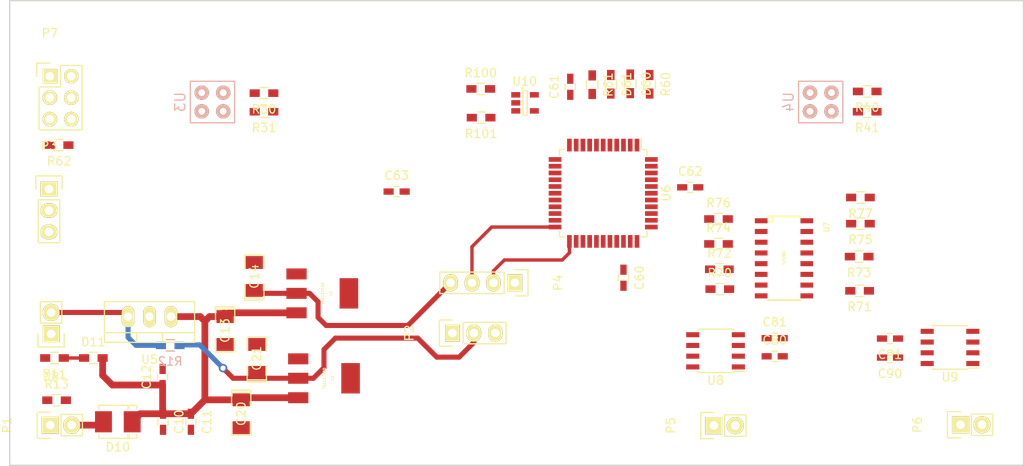
<source format=kicad_pcb>
(kicad_pcb (version 4) (host pcbnew 4.0.2+dfsg1-stable)

  (general
    (links 138)
    (no_connects 119)
    (area 49.924999 49.924999 170.075001 105.075001)
    (thickness 1.6)
    (drawings 20)
    (tracks 59)
    (zones 0)
    (modules 57)
    (nets 44)
  )

  (page A4)
  (layers
    (0 F.Cu signal)
    (31 B.Cu signal)
    (32 B.Adhes user hide)
    (33 F.Adhes user hide)
    (34 B.Paste user hide)
    (35 F.Paste user hide)
    (36 B.SilkS user)
    (37 F.SilkS user)
    (38 B.Mask user)
    (39 F.Mask user)
    (40 Dwgs.User user hide)
    (41 Cmts.User user hide)
    (42 Eco1.User user hide)
    (43 Eco2.User user hide)
    (44 Edge.Cuts user)
    (45 Margin user)
    (46 B.CrtYd user hide)
    (47 F.CrtYd user hide)
    (48 B.Fab user)
    (49 F.Fab user)
  )

  (setup
    (last_trace_width 0.4)
    (trace_clearance 0.2)
    (zone_clearance 0.508)
    (zone_45_only no)
    (trace_min 0.2)
    (segment_width 0.2)
    (edge_width 0.15)
    (via_size 1)
    (via_drill 0.6)
    (via_min_size 0.4)
    (via_min_drill 0.3)
    (uvia_size 0.3)
    (uvia_drill 0.1)
    (uvias_allowed no)
    (uvia_min_size 0.2)
    (uvia_min_drill 0.1)
    (pcb_text_width 0.3)
    (pcb_text_size 1.5 1.5)
    (mod_edge_width 0.15)
    (mod_text_size 1 1)
    (mod_text_width 0.15)
    (pad_size 1.524 1.524)
    (pad_drill 0.762)
    (pad_to_mask_clearance 0.2)
    (aux_axis_origin 0 0)
    (visible_elements FFFFFF6D)
    (pcbplotparams
      (layerselection 0x00030_80000001)
      (usegerberextensions false)
      (excludeedgelayer true)
      (linewidth 0.100000)
      (plotframeref false)
      (viasonmask false)
      (mode 1)
      (useauxorigin false)
      (hpglpennumber 1)
      (hpglpenspeed 20)
      (hpglpendiameter 15)
      (hpglpenoverlay 2)
      (psnegative false)
      (psa4output false)
      (plotreference true)
      (plotvalue true)
      (plotinvisibletext false)
      (padsonsilk false)
      (subtractmaskfromsilk false)
      (outputformat 1)
      (mirror false)
      (drillshape 1)
      (scaleselection 1)
      (outputdirectory ""))
  )

  (net 0 "")
  (net 1 +BATT)
  (net 2 GND)
  (net 3 +3V3)
  (net 4 +5V)
  (net 5 GNDPWR)
  (net 6 "Net-(D10-Pad2)")
  (net 7 "Net-(D11-Pad1)")
  (net 8 "Net-(D60-Pad1)")
  (net 9 /LED0)
  (net 10 "Net-(D61-Pad1)")
  (net 11 /LED1)
  (net 12 /Servo_pwm)
  (net 13 /RX)
  (net 14 /TX)
  (net 15 /Pulse_in)
  (net 16 /Pulse_out)
  (net 17 /Motor_left_out2)
  (net 18 /Motor_left_out1)
  (net 19 /Motor_right_out2)
  (net 20 /Motor_right_out1)
  (net 21 /PDI_Data)
  (net 22 /PDI_Clock)
  (net 23 +5VD)
  (net 24 /IR_left)
  (net 25 "Net-(R30-Pad2)")
  (net 26 /Rpm_left)
  (net 27 /IR_right)
  (net 28 "Net-(R40-Pad2)")
  (net 29 /Forward_left)
  (net 30 "Net-(R70-Pad2)")
  (net 31 /Forward_left_i)
  (net 32 /Reverse_left)
  (net 33 "Net-(R72-Pad2)")
  (net 34 /Reverse_left_i)
  (net 35 /Forward_right)
  (net 36 "Net-(R74-Pad2)")
  (net 37 /Forward_right_i)
  (net 38 /Reverse_right)
  (net 39 "Net-(R76-Pad2)")
  (net 40 /Reverse_right_i)
  (net 41 "Net-(R100-Pad2)")
  (net 42 /ADC_Vbatt)
  (net 43 /Rpm_right)

  (net_class Default "This is the default net class."
    (clearance 0.2)
    (trace_width 0.4)
    (via_dia 1)
    (via_drill 0.6)
    (uvia_dia 0.3)
    (uvia_drill 0.1)
    (add_net /Forward_left)
    (add_net /Forward_left_i)
    (add_net /Forward_right)
    (add_net /Forward_right_i)
    (add_net /IR_left)
    (add_net /IR_right)
    (add_net /LED0)
    (add_net /LED1)
    (add_net /Motor_left_out1)
    (add_net /Motor_left_out2)
    (add_net /Motor_right_out1)
    (add_net /Motor_right_out2)
    (add_net /PDI_Clock)
    (add_net /PDI_Data)
    (add_net /Pulse_in)
    (add_net /Pulse_out)
    (add_net /RX)
    (add_net /Reverse_left)
    (add_net /Reverse_left_i)
    (add_net /Reverse_right)
    (add_net /Reverse_right_i)
    (add_net /Rpm_left)
    (add_net /Rpm_right)
    (add_net /Servo_pwm)
    (add_net /TX)
    (add_net "Net-(D11-Pad1)")
    (add_net "Net-(D60-Pad1)")
    (add_net "Net-(D61-Pad1)")
    (add_net "Net-(R100-Pad2)")
    (add_net "Net-(R30-Pad2)")
    (add_net "Net-(R40-Pad2)")
    (add_net "Net-(R70-Pad2)")
    (add_net "Net-(R72-Pad2)")
    (add_net "Net-(R74-Pad2)")
    (add_net "Net-(R76-Pad2)")
  )

  (net_class Batt ""
    (clearance 0.4)
    (trace_width 0.8)
    (via_dia 1)
    (via_drill 0.6)
    (uvia_dia 0.3)
    (uvia_drill 0.1)
    (add_net +BATT)
    (add_net GNDPWR)
    (add_net "Net-(D10-Pad2)")
  )

  (net_class Vsupp ""
    (clearance 0.2)
    (trace_width 0.6)
    (via_dia 1)
    (via_drill 0.6)
    (uvia_dia 0.3)
    (uvia_drill 0.1)
    (add_net +3V3)
    (add_net +5V)
    (add_net +5VD)
    (add_net /ADC_Vbatt)
    (add_net GND)
  )

  (module Capacitors_SMD:C_0603_HandSoldering (layer F.Cu) (tedit 541A9B4D) (tstamp 57CAE099)
    (at 68.15 99.85 270)
    (descr "Capacitor SMD 0603, hand soldering")
    (tags "capacitor 0603")
    (path /57C2DBE9)
    (attr smd)
    (fp_text reference C10 (at 0 -1.9 270) (layer F.SilkS)
      (effects (font (size 1 1) (thickness 0.15)))
    )
    (fp_text value "47 pF" (at 0 1.9 270) (layer F.Fab)
      (effects (font (size 1 1) (thickness 0.15)))
    )
    (fp_line (start -1.85 -0.75) (end 1.85 -0.75) (layer F.CrtYd) (width 0.05))
    (fp_line (start -1.85 0.75) (end 1.85 0.75) (layer F.CrtYd) (width 0.05))
    (fp_line (start -1.85 -0.75) (end -1.85 0.75) (layer F.CrtYd) (width 0.05))
    (fp_line (start 1.85 -0.75) (end 1.85 0.75) (layer F.CrtYd) (width 0.05))
    (fp_line (start -0.35 -0.6) (end 0.35 -0.6) (layer F.SilkS) (width 0.15))
    (fp_line (start 0.35 0.6) (end -0.35 0.6) (layer F.SilkS) (width 0.15))
    (pad 1 smd rect (at -0.95 0 270) (size 1.2 0.75) (layers F.Cu F.Paste F.Mask)
      (net 1 +BATT))
    (pad 2 smd rect (at 0.95 0 270) (size 1.2 0.75) (layers F.Cu F.Paste F.Mask)
      (net 2 GND))
    (model Capacitors_SMD.3dshapes/C_0603_HandSoldering.wrl
      (at (xyz 0 0 0))
      (scale (xyz 1 1 1))
      (rotate (xyz 0 0 0))
    )
  )

  (module Capacitors_SMD:C_0603_HandSoldering (layer F.Cu) (tedit 541A9B4D) (tstamp 57CAE09F)
    (at 71.45 99.85 270)
    (descr "Capacitor SMD 0603, hand soldering")
    (tags "capacitor 0603")
    (path /57C2DF6C)
    (attr smd)
    (fp_text reference C11 (at 0 -1.9 270) (layer F.SilkS)
      (effects (font (size 1 1) (thickness 0.15)))
    )
    (fp_text value "100 nF" (at 0 1.9 270) (layer F.Fab)
      (effects (font (size 1 1) (thickness 0.15)))
    )
    (fp_line (start -1.85 -0.75) (end 1.85 -0.75) (layer F.CrtYd) (width 0.05))
    (fp_line (start -1.85 0.75) (end 1.85 0.75) (layer F.CrtYd) (width 0.05))
    (fp_line (start -1.85 -0.75) (end -1.85 0.75) (layer F.CrtYd) (width 0.05))
    (fp_line (start 1.85 -0.75) (end 1.85 0.75) (layer F.CrtYd) (width 0.05))
    (fp_line (start -0.35 -0.6) (end 0.35 -0.6) (layer F.SilkS) (width 0.15))
    (fp_line (start 0.35 0.6) (end -0.35 0.6) (layer F.SilkS) (width 0.15))
    (pad 1 smd rect (at -0.95 0 270) (size 1.2 0.75) (layers F.Cu F.Paste F.Mask)
      (net 1 +BATT))
    (pad 2 smd rect (at 0.95 0 270) (size 1.2 0.75) (layers F.Cu F.Paste F.Mask)
      (net 2 GND))
    (model Capacitors_SMD.3dshapes/C_0603_HandSoldering.wrl
      (at (xyz 0 0 0))
      (scale (xyz 1 1 1))
      (rotate (xyz 0 0 0))
    )
  )

  (module Capacitors_SMD:C_0603_HandSoldering (layer F.Cu) (tedit 541A9B4D) (tstamp 57CAE0A5)
    (at 68.1 94.55 90)
    (descr "Capacitor SMD 0603, hand soldering")
    (tags "capacitor 0603")
    (path /57C2E2D3)
    (attr smd)
    (fp_text reference C12 (at 0 -1.9 90) (layer F.SilkS)
      (effects (font (size 1 1) (thickness 0.15)))
    )
    (fp_text value "1 uF" (at 0 1.9 90) (layer F.Fab)
      (effects (font (size 1 1) (thickness 0.15)))
    )
    (fp_line (start -1.85 -0.75) (end 1.85 -0.75) (layer F.CrtYd) (width 0.05))
    (fp_line (start -1.85 0.75) (end 1.85 0.75) (layer F.CrtYd) (width 0.05))
    (fp_line (start -1.85 -0.75) (end -1.85 0.75) (layer F.CrtYd) (width 0.05))
    (fp_line (start 1.85 -0.75) (end 1.85 0.75) (layer F.CrtYd) (width 0.05))
    (fp_line (start -0.35 -0.6) (end 0.35 -0.6) (layer F.SilkS) (width 0.15))
    (fp_line (start 0.35 0.6) (end -0.35 0.6) (layer F.SilkS) (width 0.15))
    (pad 1 smd rect (at -0.95 0 90) (size 1.2 0.75) (layers F.Cu F.Paste F.Mask)
      (net 1 +BATT))
    (pad 2 smd rect (at 0.95 0 90) (size 1.2 0.75) (layers F.Cu F.Paste F.Mask)
      (net 2 GND))
    (model Capacitors_SMD.3dshapes/C_0603_HandSoldering.wrl
      (at (xyz 0 0 0))
      (scale (xyz 1 1 1))
      (rotate (xyz 0 0 0))
    )
  )

  (module SMD_Packages:SMD-1206_Pol (layer F.Cu) (tedit 0) (tstamp 57CAE0AB)
    (at 75.5 89.05 270)
    (path /57C2ED39)
    (attr smd)
    (fp_text reference C13 (at 0 0 270) (layer F.SilkS)
      (effects (font (size 1 1) (thickness 0.15)))
    )
    (fp_text value "10 uF" (at 0 0 270) (layer F.Fab)
      (effects (font (size 1 1) (thickness 0.15)))
    )
    (fp_line (start -2.54 -1.143) (end -2.794 -1.143) (layer F.SilkS) (width 0.15))
    (fp_line (start -2.794 -1.143) (end -2.794 1.143) (layer F.SilkS) (width 0.15))
    (fp_line (start -2.794 1.143) (end -2.54 1.143) (layer F.SilkS) (width 0.15))
    (fp_line (start -2.54 -1.143) (end -2.54 1.143) (layer F.SilkS) (width 0.15))
    (fp_line (start -2.54 1.143) (end -0.889 1.143) (layer F.SilkS) (width 0.15))
    (fp_line (start 0.889 -1.143) (end 2.54 -1.143) (layer F.SilkS) (width 0.15))
    (fp_line (start 2.54 -1.143) (end 2.54 1.143) (layer F.SilkS) (width 0.15))
    (fp_line (start 2.54 1.143) (end 0.889 1.143) (layer F.SilkS) (width 0.15))
    (fp_line (start -0.889 -1.143) (end -2.54 -1.143) (layer F.SilkS) (width 0.15))
    (pad 1 smd rect (at -1.651 0 270) (size 1.524 2.032) (layers F.Cu F.Paste F.Mask)
      (net 1 +BATT))
    (pad 2 smd rect (at 1.651 0 270) (size 1.524 2.032) (layers F.Cu F.Paste F.Mask)
      (net 2 GND))
    (model SMD_Packages.3dshapes/SMD-1206_Pol.wrl
      (at (xyz 0 0 0))
      (scale (xyz 0.17 0.16 0.16))
      (rotate (xyz 0 0 0))
    )
  )

  (module SMD_Packages:SMD-1206_Pol (layer F.Cu) (tedit 0) (tstamp 57CAE0B1)
    (at 78.95 82.65 90)
    (path /57C2F742)
    (attr smd)
    (fp_text reference C14 (at 0 0 90) (layer F.SilkS)
      (effects (font (size 1 1) (thickness 0.15)))
    )
    (fp_text value "10 uF" (at 0 0 90) (layer F.Fab)
      (effects (font (size 1 1) (thickness 0.15)))
    )
    (fp_line (start -2.54 -1.143) (end -2.794 -1.143) (layer F.SilkS) (width 0.15))
    (fp_line (start -2.794 -1.143) (end -2.794 1.143) (layer F.SilkS) (width 0.15))
    (fp_line (start -2.794 1.143) (end -2.54 1.143) (layer F.SilkS) (width 0.15))
    (fp_line (start -2.54 -1.143) (end -2.54 1.143) (layer F.SilkS) (width 0.15))
    (fp_line (start -2.54 1.143) (end -0.889 1.143) (layer F.SilkS) (width 0.15))
    (fp_line (start 0.889 -1.143) (end 2.54 -1.143) (layer F.SilkS) (width 0.15))
    (fp_line (start 2.54 -1.143) (end 2.54 1.143) (layer F.SilkS) (width 0.15))
    (fp_line (start 2.54 1.143) (end 0.889 1.143) (layer F.SilkS) (width 0.15))
    (fp_line (start -0.889 -1.143) (end -2.54 -1.143) (layer F.SilkS) (width 0.15))
    (pad 1 smd rect (at -1.651 0 90) (size 1.524 2.032) (layers F.Cu F.Paste F.Mask)
      (net 3 +3V3))
    (pad 2 smd rect (at 1.651 0 90) (size 1.524 2.032) (layers F.Cu F.Paste F.Mask)
      (net 2 GND))
    (model SMD_Packages.3dshapes/SMD-1206_Pol.wrl
      (at (xyz 0 0 0))
      (scale (xyz 0.17 0.16 0.16))
      (rotate (xyz 0 0 0))
    )
  )

  (module SMD_Packages:SMD-1206_Pol (layer F.Cu) (tedit 0) (tstamp 57CAE0B7)
    (at 77.4 98.9 270)
    (path /57C3002B)
    (attr smd)
    (fp_text reference C20 (at 0 0 270) (layer F.SilkS)
      (effects (font (size 1 1) (thickness 0.15)))
    )
    (fp_text value "10 uF" (at 0 0 270) (layer F.Fab)
      (effects (font (size 1 1) (thickness 0.15)))
    )
    (fp_line (start -2.54 -1.143) (end -2.794 -1.143) (layer F.SilkS) (width 0.15))
    (fp_line (start -2.794 -1.143) (end -2.794 1.143) (layer F.SilkS) (width 0.15))
    (fp_line (start -2.794 1.143) (end -2.54 1.143) (layer F.SilkS) (width 0.15))
    (fp_line (start -2.54 -1.143) (end -2.54 1.143) (layer F.SilkS) (width 0.15))
    (fp_line (start -2.54 1.143) (end -0.889 1.143) (layer F.SilkS) (width 0.15))
    (fp_line (start 0.889 -1.143) (end 2.54 -1.143) (layer F.SilkS) (width 0.15))
    (fp_line (start 2.54 -1.143) (end 2.54 1.143) (layer F.SilkS) (width 0.15))
    (fp_line (start 2.54 1.143) (end 0.889 1.143) (layer F.SilkS) (width 0.15))
    (fp_line (start -0.889 -1.143) (end -2.54 -1.143) (layer F.SilkS) (width 0.15))
    (pad 1 smd rect (at -1.651 0 270) (size 1.524 2.032) (layers F.Cu F.Paste F.Mask)
      (net 1 +BATT))
    (pad 2 smd rect (at 1.651 0 270) (size 1.524 2.032) (layers F.Cu F.Paste F.Mask)
      (net 2 GND))
    (model SMD_Packages.3dshapes/SMD-1206_Pol.wrl
      (at (xyz 0 0 0))
      (scale (xyz 0.17 0.16 0.16))
      (rotate (xyz 0 0 0))
    )
  )

  (module SMD_Packages:SMD-1206_Pol (layer F.Cu) (tedit 0) (tstamp 57CAE0BD)
    (at 79.25 92.35 90)
    (path /57C300F6)
    (attr smd)
    (fp_text reference C21 (at 0 0 90) (layer F.SilkS)
      (effects (font (size 1 1) (thickness 0.15)))
    )
    (fp_text value "10 uF" (at 0 0 90) (layer F.Fab)
      (effects (font (size 1 1) (thickness 0.15)))
    )
    (fp_line (start -2.54 -1.143) (end -2.794 -1.143) (layer F.SilkS) (width 0.15))
    (fp_line (start -2.794 -1.143) (end -2.794 1.143) (layer F.SilkS) (width 0.15))
    (fp_line (start -2.794 1.143) (end -2.54 1.143) (layer F.SilkS) (width 0.15))
    (fp_line (start -2.54 -1.143) (end -2.54 1.143) (layer F.SilkS) (width 0.15))
    (fp_line (start -2.54 1.143) (end -0.889 1.143) (layer F.SilkS) (width 0.15))
    (fp_line (start 0.889 -1.143) (end 2.54 -1.143) (layer F.SilkS) (width 0.15))
    (fp_line (start 2.54 -1.143) (end 2.54 1.143) (layer F.SilkS) (width 0.15))
    (fp_line (start 2.54 1.143) (end 0.889 1.143) (layer F.SilkS) (width 0.15))
    (fp_line (start -0.889 -1.143) (end -2.54 -1.143) (layer F.SilkS) (width 0.15))
    (pad 1 smd rect (at -1.651 0 90) (size 1.524 2.032) (layers F.Cu F.Paste F.Mask)
      (net 4 +5V))
    (pad 2 smd rect (at 1.651 0 90) (size 1.524 2.032) (layers F.Cu F.Paste F.Mask)
      (net 2 GND))
    (model SMD_Packages.3dshapes/SMD-1206_Pol.wrl
      (at (xyz 0 0 0))
      (scale (xyz 0.17 0.16 0.16))
      (rotate (xyz 0 0 0))
    )
  )

  (module Capacitors_SMD:C_0603_HandSoldering (layer F.Cu) (tedit 541A9B4D) (tstamp 57CAE0C3)
    (at 122.65 82.8 270)
    (descr "Capacitor SMD 0603, hand soldering")
    (tags "capacitor 0603")
    (path /57C35756)
    (attr smd)
    (fp_text reference C60 (at 0 -1.9 270) (layer F.SilkS)
      (effects (font (size 1 1) (thickness 0.15)))
    )
    (fp_text value "100 nF" (at 0 1.9 270) (layer F.Fab)
      (effects (font (size 1 1) (thickness 0.15)))
    )
    (fp_line (start -1.85 -0.75) (end 1.85 -0.75) (layer F.CrtYd) (width 0.05))
    (fp_line (start -1.85 0.75) (end 1.85 0.75) (layer F.CrtYd) (width 0.05))
    (fp_line (start -1.85 -0.75) (end -1.85 0.75) (layer F.CrtYd) (width 0.05))
    (fp_line (start 1.85 -0.75) (end 1.85 0.75) (layer F.CrtYd) (width 0.05))
    (fp_line (start -0.35 -0.6) (end 0.35 -0.6) (layer F.SilkS) (width 0.15))
    (fp_line (start 0.35 0.6) (end -0.35 0.6) (layer F.SilkS) (width 0.15))
    (pad 1 smd rect (at -0.95 0 270) (size 1.2 0.75) (layers F.Cu F.Paste F.Mask)
      (net 3 +3V3))
    (pad 2 smd rect (at 0.95 0 270) (size 1.2 0.75) (layers F.Cu F.Paste F.Mask)
      (net 2 GND))
    (model Capacitors_SMD.3dshapes/C_0603_HandSoldering.wrl
      (at (xyz 0 0 0))
      (scale (xyz 1 1 1))
      (rotate (xyz 0 0 0))
    )
  )

  (module Capacitors_SMD:C_0603_HandSoldering (layer F.Cu) (tedit 541A9B4D) (tstamp 57CAE0C9)
    (at 116.35 60.2 90)
    (descr "Capacitor SMD 0603, hand soldering")
    (tags "capacitor 0603")
    (path /57C358BE)
    (attr smd)
    (fp_text reference C61 (at 0 -1.9 90) (layer F.SilkS)
      (effects (font (size 1 1) (thickness 0.15)))
    )
    (fp_text value "100 nF" (at 0 1.9 90) (layer F.Fab)
      (effects (font (size 1 1) (thickness 0.15)))
    )
    (fp_line (start -1.85 -0.75) (end 1.85 -0.75) (layer F.CrtYd) (width 0.05))
    (fp_line (start -1.85 0.75) (end 1.85 0.75) (layer F.CrtYd) (width 0.05))
    (fp_line (start -1.85 -0.75) (end -1.85 0.75) (layer F.CrtYd) (width 0.05))
    (fp_line (start 1.85 -0.75) (end 1.85 0.75) (layer F.CrtYd) (width 0.05))
    (fp_line (start -0.35 -0.6) (end 0.35 -0.6) (layer F.SilkS) (width 0.15))
    (fp_line (start 0.35 0.6) (end -0.35 0.6) (layer F.SilkS) (width 0.15))
    (pad 1 smd rect (at -0.95 0 90) (size 1.2 0.75) (layers F.Cu F.Paste F.Mask)
      (net 3 +3V3))
    (pad 2 smd rect (at 0.95 0 90) (size 1.2 0.75) (layers F.Cu F.Paste F.Mask)
      (net 2 GND))
    (model Capacitors_SMD.3dshapes/C_0603_HandSoldering.wrl
      (at (xyz 0 0 0))
      (scale (xyz 1 1 1))
      (rotate (xyz 0 0 0))
    )
  )

  (module Capacitors_SMD:C_0603_HandSoldering (layer F.Cu) (tedit 541A9B4D) (tstamp 57CAE0CF)
    (at 130.55 72.1)
    (descr "Capacitor SMD 0603, hand soldering")
    (tags "capacitor 0603")
    (path /57C35950)
    (attr smd)
    (fp_text reference C62 (at 0 -1.9) (layer F.SilkS)
      (effects (font (size 1 1) (thickness 0.15)))
    )
    (fp_text value "100 nF" (at 0 1.9) (layer F.Fab)
      (effects (font (size 1 1) (thickness 0.15)))
    )
    (fp_line (start -1.85 -0.75) (end 1.85 -0.75) (layer F.CrtYd) (width 0.05))
    (fp_line (start -1.85 0.75) (end 1.85 0.75) (layer F.CrtYd) (width 0.05))
    (fp_line (start -1.85 -0.75) (end -1.85 0.75) (layer F.CrtYd) (width 0.05))
    (fp_line (start 1.85 -0.75) (end 1.85 0.75) (layer F.CrtYd) (width 0.05))
    (fp_line (start -0.35 -0.6) (end 0.35 -0.6) (layer F.SilkS) (width 0.15))
    (fp_line (start 0.35 0.6) (end -0.35 0.6) (layer F.SilkS) (width 0.15))
    (pad 1 smd rect (at -0.95 0) (size 1.2 0.75) (layers F.Cu F.Paste F.Mask)
      (net 3 +3V3))
    (pad 2 smd rect (at 0.95 0) (size 1.2 0.75) (layers F.Cu F.Paste F.Mask)
      (net 2 GND))
    (model Capacitors_SMD.3dshapes/C_0603_HandSoldering.wrl
      (at (xyz 0 0 0))
      (scale (xyz 1 1 1))
      (rotate (xyz 0 0 0))
    )
  )

  (module Capacitors_SMD:C_0603_HandSoldering (layer F.Cu) (tedit 541A9B4D) (tstamp 57CAE0D5)
    (at 95.8 72.6)
    (descr "Capacitor SMD 0603, hand soldering")
    (tags "capacitor 0603")
    (path /57C35956)
    (attr smd)
    (fp_text reference C63 (at 0 -1.9) (layer F.SilkS)
      (effects (font (size 1 1) (thickness 0.15)))
    )
    (fp_text value "100 nF" (at 0 1.9) (layer F.Fab)
      (effects (font (size 1 1) (thickness 0.15)))
    )
    (fp_line (start -1.85 -0.75) (end 1.85 -0.75) (layer F.CrtYd) (width 0.05))
    (fp_line (start -1.85 0.75) (end 1.85 0.75) (layer F.CrtYd) (width 0.05))
    (fp_line (start -1.85 -0.75) (end -1.85 0.75) (layer F.CrtYd) (width 0.05))
    (fp_line (start 1.85 -0.75) (end 1.85 0.75) (layer F.CrtYd) (width 0.05))
    (fp_line (start -0.35 -0.6) (end 0.35 -0.6) (layer F.SilkS) (width 0.15))
    (fp_line (start 0.35 0.6) (end -0.35 0.6) (layer F.SilkS) (width 0.15))
    (pad 1 smd rect (at -0.95 0) (size 1.2 0.75) (layers F.Cu F.Paste F.Mask)
      (net 3 +3V3))
    (pad 2 smd rect (at 0.95 0) (size 1.2 0.75) (layers F.Cu F.Paste F.Mask)
      (net 2 GND))
    (model Capacitors_SMD.3dshapes/C_0603_HandSoldering.wrl
      (at (xyz 0 0 0))
      (scale (xyz 1 1 1))
      (rotate (xyz 0 0 0))
    )
  )

  (module Capacitors_SMD:C_0603_HandSoldering (layer F.Cu) (tedit 541A9B4D) (tstamp 57CAE0DB)
    (at 140.55 92.1)
    (descr "Capacitor SMD 0603, hand soldering")
    (tags "capacitor 0603")
    (path /57C52C00)
    (attr smd)
    (fp_text reference C80 (at 0 -1.9) (layer F.SilkS)
      (effects (font (size 1 1) (thickness 0.15)))
    )
    (fp_text value "10 nF" (at 0 1.9) (layer F.Fab)
      (effects (font (size 1 1) (thickness 0.15)))
    )
    (fp_line (start -1.85 -0.75) (end 1.85 -0.75) (layer F.CrtYd) (width 0.05))
    (fp_line (start -1.85 0.75) (end 1.85 0.75) (layer F.CrtYd) (width 0.05))
    (fp_line (start -1.85 -0.75) (end -1.85 0.75) (layer F.CrtYd) (width 0.05))
    (fp_line (start 1.85 -0.75) (end 1.85 0.75) (layer F.CrtYd) (width 0.05))
    (fp_line (start -0.35 -0.6) (end 0.35 -0.6) (layer F.SilkS) (width 0.15))
    (fp_line (start 0.35 0.6) (end -0.35 0.6) (layer F.SilkS) (width 0.15))
    (pad 1 smd rect (at -0.95 0) (size 1.2 0.75) (layers F.Cu F.Paste F.Mask)
      (net 1 +BATT))
    (pad 2 smd rect (at 0.95 0) (size 1.2 0.75) (layers F.Cu F.Paste F.Mask)
      (net 5 GNDPWR))
    (model Capacitors_SMD.3dshapes/C_0603_HandSoldering.wrl
      (at (xyz 0 0 0))
      (scale (xyz 1 1 1))
      (rotate (xyz 0 0 0))
    )
  )

  (module Capacitors_SMD:C_0603_HandSoldering (layer F.Cu) (tedit 541A9B4D) (tstamp 57CAE0E1)
    (at 140.55 89.95)
    (descr "Capacitor SMD 0603, hand soldering")
    (tags "capacitor 0603")
    (path /57C52A7E)
    (attr smd)
    (fp_text reference C81 (at 0 -1.9) (layer F.SilkS)
      (effects (font (size 1 1) (thickness 0.15)))
    )
    (fp_text value "100 nF" (at 0 1.9) (layer F.Fab)
      (effects (font (size 1 1) (thickness 0.15)))
    )
    (fp_line (start -1.85 -0.75) (end 1.85 -0.75) (layer F.CrtYd) (width 0.05))
    (fp_line (start -1.85 0.75) (end 1.85 0.75) (layer F.CrtYd) (width 0.05))
    (fp_line (start -1.85 -0.75) (end -1.85 0.75) (layer F.CrtYd) (width 0.05))
    (fp_line (start 1.85 -0.75) (end 1.85 0.75) (layer F.CrtYd) (width 0.05))
    (fp_line (start -0.35 -0.6) (end 0.35 -0.6) (layer F.SilkS) (width 0.15))
    (fp_line (start 0.35 0.6) (end -0.35 0.6) (layer F.SilkS) (width 0.15))
    (pad 1 smd rect (at -0.95 0) (size 1.2 0.75) (layers F.Cu F.Paste F.Mask)
      (net 1 +BATT))
    (pad 2 smd rect (at 0.95 0) (size 1.2 0.75) (layers F.Cu F.Paste F.Mask)
      (net 5 GNDPWR))
    (model Capacitors_SMD.3dshapes/C_0603_HandSoldering.wrl
      (at (xyz 0 0 0))
      (scale (xyz 1 1 1))
      (rotate (xyz 0 0 0))
    )
  )

  (module Capacitors_SMD:C_0603_HandSoldering (layer F.Cu) (tedit 541A9B4D) (tstamp 57CAE0E7)
    (at 154.2 92.25 180)
    (descr "Capacitor SMD 0603, hand soldering")
    (tags "capacitor 0603")
    (path /57C53258)
    (attr smd)
    (fp_text reference C90 (at 0 -1.9 180) (layer F.SilkS)
      (effects (font (size 1 1) (thickness 0.15)))
    )
    (fp_text value "10 nF" (at 0 1.9 180) (layer F.Fab)
      (effects (font (size 1 1) (thickness 0.15)))
    )
    (fp_line (start -1.85 -0.75) (end 1.85 -0.75) (layer F.CrtYd) (width 0.05))
    (fp_line (start -1.85 0.75) (end 1.85 0.75) (layer F.CrtYd) (width 0.05))
    (fp_line (start -1.85 -0.75) (end -1.85 0.75) (layer F.CrtYd) (width 0.05))
    (fp_line (start 1.85 -0.75) (end 1.85 0.75) (layer F.CrtYd) (width 0.05))
    (fp_line (start -0.35 -0.6) (end 0.35 -0.6) (layer F.SilkS) (width 0.15))
    (fp_line (start 0.35 0.6) (end -0.35 0.6) (layer F.SilkS) (width 0.15))
    (pad 1 smd rect (at -0.95 0 180) (size 1.2 0.75) (layers F.Cu F.Paste F.Mask)
      (net 1 +BATT))
    (pad 2 smd rect (at 0.95 0 180) (size 1.2 0.75) (layers F.Cu F.Paste F.Mask)
      (net 5 GNDPWR))
    (model Capacitors_SMD.3dshapes/C_0603_HandSoldering.wrl
      (at (xyz 0 0 0))
      (scale (xyz 1 1 1))
      (rotate (xyz 0 0 0))
    )
  )

  (module Capacitors_SMD:C_0603_HandSoldering (layer F.Cu) (tedit 541A9B4D) (tstamp 57CAE0ED)
    (at 154.2 90 180)
    (descr "Capacitor SMD 0603, hand soldering")
    (tags "capacitor 0603")
    (path /57C53250)
    (attr smd)
    (fp_text reference C91 (at 0 -1.9 180) (layer F.SilkS)
      (effects (font (size 1 1) (thickness 0.15)))
    )
    (fp_text value "100 nF" (at 0 1.9 180) (layer F.Fab)
      (effects (font (size 1 1) (thickness 0.15)))
    )
    (fp_line (start -1.85 -0.75) (end 1.85 -0.75) (layer F.CrtYd) (width 0.05))
    (fp_line (start -1.85 0.75) (end 1.85 0.75) (layer F.CrtYd) (width 0.05))
    (fp_line (start -1.85 -0.75) (end -1.85 0.75) (layer F.CrtYd) (width 0.05))
    (fp_line (start 1.85 -0.75) (end 1.85 0.75) (layer F.CrtYd) (width 0.05))
    (fp_line (start -0.35 -0.6) (end 0.35 -0.6) (layer F.SilkS) (width 0.15))
    (fp_line (start 0.35 0.6) (end -0.35 0.6) (layer F.SilkS) (width 0.15))
    (pad 1 smd rect (at -0.95 0 180) (size 1.2 0.75) (layers F.Cu F.Paste F.Mask)
      (net 1 +BATT))
    (pad 2 smd rect (at 0.95 0 180) (size 1.2 0.75) (layers F.Cu F.Paste F.Mask)
      (net 5 GNDPWR))
    (model Capacitors_SMD.3dshapes/C_0603_HandSoldering.wrl
      (at (xyz 0 0 0))
      (scale (xyz 1 1 1))
      (rotate (xyz 0 0 0))
    )
  )

  (module Resistors_SMD:R_0603_HandSoldering (layer F.Cu) (tedit 5418A00F) (tstamp 57CAE0F9)
    (at 59.9 92.3)
    (descr "Resistor SMD 0603, hand soldering")
    (tags "resistor 0603")
    (path /57C2E759)
    (attr smd)
    (fp_text reference D11 (at 0 -1.9) (layer F.SilkS)
      (effects (font (size 1 1) (thickness 0.15)))
    )
    (fp_text value LED (at 0 1.9) (layer F.Fab)
      (effects (font (size 1 1) (thickness 0.15)))
    )
    (fp_line (start -2 -0.8) (end 2 -0.8) (layer F.CrtYd) (width 0.05))
    (fp_line (start -2 0.8) (end 2 0.8) (layer F.CrtYd) (width 0.05))
    (fp_line (start -2 -0.8) (end -2 0.8) (layer F.CrtYd) (width 0.05))
    (fp_line (start 2 -0.8) (end 2 0.8) (layer F.CrtYd) (width 0.05))
    (fp_line (start 0.5 0.675) (end -0.5 0.675) (layer F.SilkS) (width 0.15))
    (fp_line (start -0.5 -0.675) (end 0.5 -0.675) (layer F.SilkS) (width 0.15))
    (pad 1 smd rect (at -1.1 0) (size 1.2 0.9) (layers F.Cu F.Paste F.Mask)
      (net 7 "Net-(D11-Pad1)"))
    (pad 2 smd rect (at 1.1 0) (size 1.2 0.9) (layers F.Cu F.Paste F.Mask)
      (net 1 +BATT))
    (model Resistors_SMD.3dshapes/R_0603_HandSoldering.wrl
      (at (xyz 0 0 0))
      (scale (xyz 1 1 1))
      (rotate (xyz 0 0 0))
    )
  )

  (module Resistors_SMD:R_0603_HandSoldering (layer F.Cu) (tedit 5418A00F) (tstamp 57CAE0FF)
    (at 123.45 59.85 270)
    (descr "Resistor SMD 0603, hand soldering")
    (tags "resistor 0603")
    (path /57C39590)
    (attr smd)
    (fp_text reference D60 (at 0 -1.9 270) (layer F.SilkS)
      (effects (font (size 1 1) (thickness 0.15)))
    )
    (fp_text value LED (at 0 1.9 270) (layer F.Fab)
      (effects (font (size 1 1) (thickness 0.15)))
    )
    (fp_line (start -2 -0.8) (end 2 -0.8) (layer F.CrtYd) (width 0.05))
    (fp_line (start -2 0.8) (end 2 0.8) (layer F.CrtYd) (width 0.05))
    (fp_line (start -2 -0.8) (end -2 0.8) (layer F.CrtYd) (width 0.05))
    (fp_line (start 2 -0.8) (end 2 0.8) (layer F.CrtYd) (width 0.05))
    (fp_line (start 0.5 0.675) (end -0.5 0.675) (layer F.SilkS) (width 0.15))
    (fp_line (start -0.5 -0.675) (end 0.5 -0.675) (layer F.SilkS) (width 0.15))
    (pad 1 smd rect (at -1.1 0 270) (size 1.2 0.9) (layers F.Cu F.Paste F.Mask)
      (net 8 "Net-(D60-Pad1)"))
    (pad 2 smd rect (at 1.1 0 270) (size 1.2 0.9) (layers F.Cu F.Paste F.Mask)
      (net 9 /LED0))
    (model Resistors_SMD.3dshapes/R_0603_HandSoldering.wrl
      (at (xyz 0 0 0))
      (scale (xyz 1 1 1))
      (rotate (xyz 0 0 0))
    )
  )

  (module Resistors_SMD:R_0603_HandSoldering (layer F.Cu) (tedit 5418A00F) (tstamp 57CAE105)
    (at 121.15 59.9 270)
    (descr "Resistor SMD 0603, hand soldering")
    (tags "resistor 0603")
    (path /57C3977E)
    (attr smd)
    (fp_text reference D61 (at 0 -1.9 270) (layer F.SilkS)
      (effects (font (size 1 1) (thickness 0.15)))
    )
    (fp_text value LED (at 0 1.9 270) (layer F.Fab)
      (effects (font (size 1 1) (thickness 0.15)))
    )
    (fp_line (start -2 -0.8) (end 2 -0.8) (layer F.CrtYd) (width 0.05))
    (fp_line (start -2 0.8) (end 2 0.8) (layer F.CrtYd) (width 0.05))
    (fp_line (start -2 -0.8) (end -2 0.8) (layer F.CrtYd) (width 0.05))
    (fp_line (start 2 -0.8) (end 2 0.8) (layer F.CrtYd) (width 0.05))
    (fp_line (start 0.5 0.675) (end -0.5 0.675) (layer F.SilkS) (width 0.15))
    (fp_line (start -0.5 -0.675) (end 0.5 -0.675) (layer F.SilkS) (width 0.15))
    (pad 1 smd rect (at -1.1 0 270) (size 1.2 0.9) (layers F.Cu F.Paste F.Mask)
      (net 10 "Net-(D61-Pad1)"))
    (pad 2 smd rect (at 1.1 0 270) (size 1.2 0.9) (layers F.Cu F.Paste F.Mask)
      (net 11 /LED1))
    (model Resistors_SMD.3dshapes/R_0603_HandSoldering.wrl
      (at (xyz 0 0 0))
      (scale (xyz 1 1 1))
      (rotate (xyz 0 0 0))
    )
  )

  (module Pin_Headers:Pin_Header_Straight_1x02 (layer F.Cu) (tedit 54EA090C) (tstamp 57CAE10B)
    (at 54.8 100.25 90)
    (descr "Through hole pin header")
    (tags "pin header")
    (path /57C2B07B)
    (fp_text reference P1 (at 0 -5.1 90) (layer F.SilkS)
      (effects (font (size 1 1) (thickness 0.15)))
    )
    (fp_text value Battery (at 0 -3.1 90) (layer F.Fab)
      (effects (font (size 1 1) (thickness 0.15)))
    )
    (fp_line (start 1.27 1.27) (end 1.27 3.81) (layer F.SilkS) (width 0.15))
    (fp_line (start 1.55 -1.55) (end 1.55 0) (layer F.SilkS) (width 0.15))
    (fp_line (start -1.75 -1.75) (end -1.75 4.3) (layer F.CrtYd) (width 0.05))
    (fp_line (start 1.75 -1.75) (end 1.75 4.3) (layer F.CrtYd) (width 0.05))
    (fp_line (start -1.75 -1.75) (end 1.75 -1.75) (layer F.CrtYd) (width 0.05))
    (fp_line (start -1.75 4.3) (end 1.75 4.3) (layer F.CrtYd) (width 0.05))
    (fp_line (start 1.27 1.27) (end -1.27 1.27) (layer F.SilkS) (width 0.15))
    (fp_line (start -1.55 0) (end -1.55 -1.55) (layer F.SilkS) (width 0.15))
    (fp_line (start -1.55 -1.55) (end 1.55 -1.55) (layer F.SilkS) (width 0.15))
    (fp_line (start -1.27 1.27) (end -1.27 3.81) (layer F.SilkS) (width 0.15))
    (fp_line (start -1.27 3.81) (end 1.27 3.81) (layer F.SilkS) (width 0.15))
    (pad 1 thru_hole rect (at 0 0 90) (size 2.032 2.032) (drill 1.016) (layers *.Cu *.Mask F.SilkS)
      (net 2 GND))
    (pad 2 thru_hole oval (at 0 2.54 90) (size 2.032 2.032) (drill 1.016) (layers *.Cu *.Mask F.SilkS)
      (net 6 "Net-(D10-Pad2)"))
    (model Pin_Headers.3dshapes/Pin_Header_Straight_1x02.wrl
      (at (xyz 0 -0.05 0))
      (scale (xyz 1 1 1))
      (rotate (xyz 0 0 90))
    )
  )

  (module Pin_Headers:Pin_Header_Straight_1x03 (layer F.Cu) (tedit 0) (tstamp 57CAE112)
    (at 102.4 89.35 90)
    (descr "Through hole pin header")
    (tags "pin header")
    (path /57C2B135)
    (fp_text reference P2 (at 0 -5.1 90) (layer F.SilkS)
      (effects (font (size 1 1) (thickness 0.15)))
    )
    (fp_text value Servo (at 0 -3.1 90) (layer F.Fab)
      (effects (font (size 1 1) (thickness 0.15)))
    )
    (fp_line (start -1.75 -1.75) (end -1.75 6.85) (layer F.CrtYd) (width 0.05))
    (fp_line (start 1.75 -1.75) (end 1.75 6.85) (layer F.CrtYd) (width 0.05))
    (fp_line (start -1.75 -1.75) (end 1.75 -1.75) (layer F.CrtYd) (width 0.05))
    (fp_line (start -1.75 6.85) (end 1.75 6.85) (layer F.CrtYd) (width 0.05))
    (fp_line (start -1.27 1.27) (end -1.27 6.35) (layer F.SilkS) (width 0.15))
    (fp_line (start -1.27 6.35) (end 1.27 6.35) (layer F.SilkS) (width 0.15))
    (fp_line (start 1.27 6.35) (end 1.27 1.27) (layer F.SilkS) (width 0.15))
    (fp_line (start 1.55 -1.55) (end 1.55 0) (layer F.SilkS) (width 0.15))
    (fp_line (start 1.27 1.27) (end -1.27 1.27) (layer F.SilkS) (width 0.15))
    (fp_line (start -1.55 0) (end -1.55 -1.55) (layer F.SilkS) (width 0.15))
    (fp_line (start -1.55 -1.55) (end 1.55 -1.55) (layer F.SilkS) (width 0.15))
    (pad 1 thru_hole rect (at 0 0 90) (size 2.032 1.7272) (drill 1.016) (layers *.Cu *.Mask F.SilkS)
      (net 2 GND))
    (pad 2 thru_hole oval (at 0 2.54 90) (size 2.032 1.7272) (drill 1.016) (layers *.Cu *.Mask F.SilkS)
      (net 4 +5V))
    (pad 3 thru_hole oval (at 0 5.08 90) (size 2.032 1.7272) (drill 1.016) (layers *.Cu *.Mask F.SilkS)
      (net 12 /Servo_pwm))
    (model Pin_Headers.3dshapes/Pin_Header_Straight_1x03.wrl
      (at (xyz 0 -0.1 0))
      (scale (xyz 1 1 1))
      (rotate (xyz 0 0 90))
    )
  )

  (module Pin_Headers:Pin_Header_Straight_1x03 (layer F.Cu) (tedit 0) (tstamp 57CAE119)
    (at 54.65 72.3)
    (descr "Through hole pin header")
    (tags "pin header")
    (path /57C2B18A)
    (fp_text reference P3 (at 0 -5.1) (layer F.SilkS)
      (effects (font (size 1 1) (thickness 0.15)))
    )
    (fp_text value Uart (at 0 -3.1) (layer F.Fab)
      (effects (font (size 1 1) (thickness 0.15)))
    )
    (fp_line (start -1.75 -1.75) (end -1.75 6.85) (layer F.CrtYd) (width 0.05))
    (fp_line (start 1.75 -1.75) (end 1.75 6.85) (layer F.CrtYd) (width 0.05))
    (fp_line (start -1.75 -1.75) (end 1.75 -1.75) (layer F.CrtYd) (width 0.05))
    (fp_line (start -1.75 6.85) (end 1.75 6.85) (layer F.CrtYd) (width 0.05))
    (fp_line (start -1.27 1.27) (end -1.27 6.35) (layer F.SilkS) (width 0.15))
    (fp_line (start -1.27 6.35) (end 1.27 6.35) (layer F.SilkS) (width 0.15))
    (fp_line (start 1.27 6.35) (end 1.27 1.27) (layer F.SilkS) (width 0.15))
    (fp_line (start 1.55 -1.55) (end 1.55 0) (layer F.SilkS) (width 0.15))
    (fp_line (start 1.27 1.27) (end -1.27 1.27) (layer F.SilkS) (width 0.15))
    (fp_line (start -1.55 0) (end -1.55 -1.55) (layer F.SilkS) (width 0.15))
    (fp_line (start -1.55 -1.55) (end 1.55 -1.55) (layer F.SilkS) (width 0.15))
    (pad 1 thru_hole rect (at 0 0) (size 2.032 1.7272) (drill 1.016) (layers *.Cu *.Mask F.SilkS)
      (net 2 GND))
    (pad 2 thru_hole oval (at 0 2.54) (size 2.032 1.7272) (drill 1.016) (layers *.Cu *.Mask F.SilkS)
      (net 13 /RX))
    (pad 3 thru_hole oval (at 0 5.08) (size 2.032 1.7272) (drill 1.016) (layers *.Cu *.Mask F.SilkS)
      (net 14 /TX))
    (model Pin_Headers.3dshapes/Pin_Header_Straight_1x03.wrl
      (at (xyz 0 -0.1 0))
      (scale (xyz 1 1 1))
      (rotate (xyz 0 0 90))
    )
  )

  (module Pin_Headers:Pin_Header_Straight_1x04 (layer F.Cu) (tedit 0) (tstamp 57CAE121)
    (at 109.8 83.4 270)
    (descr "Through hole pin header")
    (tags "pin header")
    (path /57C2B256)
    (fp_text reference P4 (at 0 -5.1 270) (layer F.SilkS)
      (effects (font (size 1 1) (thickness 0.15)))
    )
    (fp_text value Ultrasound (at 0 -3.1 270) (layer F.Fab)
      (effects (font (size 1 1) (thickness 0.15)))
    )
    (fp_line (start -1.75 -1.75) (end -1.75 9.4) (layer F.CrtYd) (width 0.05))
    (fp_line (start 1.75 -1.75) (end 1.75 9.4) (layer F.CrtYd) (width 0.05))
    (fp_line (start -1.75 -1.75) (end 1.75 -1.75) (layer F.CrtYd) (width 0.05))
    (fp_line (start -1.75 9.4) (end 1.75 9.4) (layer F.CrtYd) (width 0.05))
    (fp_line (start -1.27 1.27) (end -1.27 8.89) (layer F.SilkS) (width 0.15))
    (fp_line (start 1.27 1.27) (end 1.27 8.89) (layer F.SilkS) (width 0.15))
    (fp_line (start 1.55 -1.55) (end 1.55 0) (layer F.SilkS) (width 0.15))
    (fp_line (start -1.27 8.89) (end 1.27 8.89) (layer F.SilkS) (width 0.15))
    (fp_line (start 1.27 1.27) (end -1.27 1.27) (layer F.SilkS) (width 0.15))
    (fp_line (start -1.55 0) (end -1.55 -1.55) (layer F.SilkS) (width 0.15))
    (fp_line (start -1.55 -1.55) (end 1.55 -1.55) (layer F.SilkS) (width 0.15))
    (pad 1 thru_hole rect (at 0 0 270) (size 2.032 1.7272) (drill 1.016) (layers *.Cu *.Mask F.SilkS)
      (net 2 GND))
    (pad 2 thru_hole oval (at 0 2.54 270) (size 2.032 1.7272) (drill 1.016) (layers *.Cu *.Mask F.SilkS)
      (net 15 /Pulse_in))
    (pad 3 thru_hole oval (at 0 5.08 270) (size 2.032 1.7272) (drill 1.016) (layers *.Cu *.Mask F.SilkS)
      (net 16 /Pulse_out))
    (pad 4 thru_hole oval (at 0 7.62 270) (size 2.032 1.7272) (drill 1.016) (layers *.Cu *.Mask F.SilkS)
      (net 3 +3V3))
    (model Pin_Headers.3dshapes/Pin_Header_Straight_1x04.wrl
      (at (xyz 0 -0.15 0))
      (scale (xyz 1 1 1))
      (rotate (xyz 0 0 90))
    )
  )

  (module Pin_Headers:Pin_Header_Straight_1x02 (layer F.Cu) (tedit 54EA090C) (tstamp 57CAE127)
    (at 133.35 100.3 90)
    (descr "Through hole pin header")
    (tags "pin header")
    (path /57C2B3F5)
    (fp_text reference P5 (at 0 -5.1 90) (layer F.SilkS)
      (effects (font (size 1 1) (thickness 0.15)))
    )
    (fp_text value "Motor left" (at 0 -3.1 90) (layer F.Fab)
      (effects (font (size 1 1) (thickness 0.15)))
    )
    (fp_line (start 1.27 1.27) (end 1.27 3.81) (layer F.SilkS) (width 0.15))
    (fp_line (start 1.55 -1.55) (end 1.55 0) (layer F.SilkS) (width 0.15))
    (fp_line (start -1.75 -1.75) (end -1.75 4.3) (layer F.CrtYd) (width 0.05))
    (fp_line (start 1.75 -1.75) (end 1.75 4.3) (layer F.CrtYd) (width 0.05))
    (fp_line (start -1.75 -1.75) (end 1.75 -1.75) (layer F.CrtYd) (width 0.05))
    (fp_line (start -1.75 4.3) (end 1.75 4.3) (layer F.CrtYd) (width 0.05))
    (fp_line (start 1.27 1.27) (end -1.27 1.27) (layer F.SilkS) (width 0.15))
    (fp_line (start -1.55 0) (end -1.55 -1.55) (layer F.SilkS) (width 0.15))
    (fp_line (start -1.55 -1.55) (end 1.55 -1.55) (layer F.SilkS) (width 0.15))
    (fp_line (start -1.27 1.27) (end -1.27 3.81) (layer F.SilkS) (width 0.15))
    (fp_line (start -1.27 3.81) (end 1.27 3.81) (layer F.SilkS) (width 0.15))
    (pad 1 thru_hole rect (at 0 0 90) (size 2.032 2.032) (drill 1.016) (layers *.Cu *.Mask F.SilkS)
      (net 17 /Motor_left_out2))
    (pad 2 thru_hole oval (at 0 2.54 90) (size 2.032 2.032) (drill 1.016) (layers *.Cu *.Mask F.SilkS)
      (net 18 /Motor_left_out1))
    (model Pin_Headers.3dshapes/Pin_Header_Straight_1x02.wrl
      (at (xyz 0 -0.05 0))
      (scale (xyz 1 1 1))
      (rotate (xyz 0 0 90))
    )
  )

  (module Pin_Headers:Pin_Header_Straight_1x02 (layer F.Cu) (tedit 54EA090C) (tstamp 57CAE12D)
    (at 162.55 100.2 90)
    (descr "Through hole pin header")
    (tags "pin header")
    (path /57C2B730)
    (fp_text reference P6 (at 0 -5.1 90) (layer F.SilkS)
      (effects (font (size 1 1) (thickness 0.15)))
    )
    (fp_text value "Motor right" (at 0 -3.1 90) (layer F.Fab)
      (effects (font (size 1 1) (thickness 0.15)))
    )
    (fp_line (start 1.27 1.27) (end 1.27 3.81) (layer F.SilkS) (width 0.15))
    (fp_line (start 1.55 -1.55) (end 1.55 0) (layer F.SilkS) (width 0.15))
    (fp_line (start -1.75 -1.75) (end -1.75 4.3) (layer F.CrtYd) (width 0.05))
    (fp_line (start 1.75 -1.75) (end 1.75 4.3) (layer F.CrtYd) (width 0.05))
    (fp_line (start -1.75 -1.75) (end 1.75 -1.75) (layer F.CrtYd) (width 0.05))
    (fp_line (start -1.75 4.3) (end 1.75 4.3) (layer F.CrtYd) (width 0.05))
    (fp_line (start 1.27 1.27) (end -1.27 1.27) (layer F.SilkS) (width 0.15))
    (fp_line (start -1.55 0) (end -1.55 -1.55) (layer F.SilkS) (width 0.15))
    (fp_line (start -1.55 -1.55) (end 1.55 -1.55) (layer F.SilkS) (width 0.15))
    (fp_line (start -1.27 1.27) (end -1.27 3.81) (layer F.SilkS) (width 0.15))
    (fp_line (start -1.27 3.81) (end 1.27 3.81) (layer F.SilkS) (width 0.15))
    (pad 1 thru_hole rect (at 0 0 90) (size 2.032 2.032) (drill 1.016) (layers *.Cu *.Mask F.SilkS)
      (net 19 /Motor_right_out2))
    (pad 2 thru_hole oval (at 0 2.54 90) (size 2.032 2.032) (drill 1.016) (layers *.Cu *.Mask F.SilkS)
      (net 20 /Motor_right_out1))
    (model Pin_Headers.3dshapes/Pin_Header_Straight_1x02.wrl
      (at (xyz 0 -0.05 0))
      (scale (xyz 1 1 1))
      (rotate (xyz 0 0 90))
    )
  )

  (module Pin_Headers:Pin_Header_Straight_2x03 (layer F.Cu) (tedit 54EA0A4B) (tstamp 57CAE137)
    (at 54.75 58.95)
    (descr "Through hole pin header")
    (tags "pin header")
    (path /57C2B7E1)
    (fp_text reference P7 (at 0 -5.1) (layer F.SilkS)
      (effects (font (size 1 1) (thickness 0.15)))
    )
    (fp_text value ISP (at 0 -3.1) (layer F.Fab)
      (effects (font (size 1 1) (thickness 0.15)))
    )
    (fp_line (start -1.27 1.27) (end -1.27 6.35) (layer F.SilkS) (width 0.15))
    (fp_line (start -1.55 -1.55) (end 0 -1.55) (layer F.SilkS) (width 0.15))
    (fp_line (start -1.75 -1.75) (end -1.75 6.85) (layer F.CrtYd) (width 0.05))
    (fp_line (start 4.3 -1.75) (end 4.3 6.85) (layer F.CrtYd) (width 0.05))
    (fp_line (start -1.75 -1.75) (end 4.3 -1.75) (layer F.CrtYd) (width 0.05))
    (fp_line (start -1.75 6.85) (end 4.3 6.85) (layer F.CrtYd) (width 0.05))
    (fp_line (start 1.27 -1.27) (end 1.27 1.27) (layer F.SilkS) (width 0.15))
    (fp_line (start 1.27 1.27) (end -1.27 1.27) (layer F.SilkS) (width 0.15))
    (fp_line (start -1.27 6.35) (end 3.81 6.35) (layer F.SilkS) (width 0.15))
    (fp_line (start 3.81 6.35) (end 3.81 1.27) (layer F.SilkS) (width 0.15))
    (fp_line (start -1.55 -1.55) (end -1.55 0) (layer F.SilkS) (width 0.15))
    (fp_line (start 3.81 -1.27) (end 1.27 -1.27) (layer F.SilkS) (width 0.15))
    (fp_line (start 3.81 1.27) (end 3.81 -1.27) (layer F.SilkS) (width 0.15))
    (pad 1 thru_hole rect (at 0 0) (size 1.7272 1.7272) (drill 1.016) (layers *.Cu *.Mask F.SilkS)
      (net 21 /PDI_Data))
    (pad 2 thru_hole oval (at 2.54 0) (size 1.7272 1.7272) (drill 1.016) (layers *.Cu *.Mask F.SilkS)
      (net 3 +3V3))
    (pad 3 thru_hole oval (at 0 2.54) (size 1.7272 1.7272) (drill 1.016) (layers *.Cu *.Mask F.SilkS))
    (pad 4 thru_hole oval (at 2.54 2.54) (size 1.7272 1.7272) (drill 1.016) (layers *.Cu *.Mask F.SilkS))
    (pad 5 thru_hole oval (at 0 5.08) (size 1.7272 1.7272) (drill 1.016) (layers *.Cu *.Mask F.SilkS)
      (net 22 /PDI_Clock))
    (pad 6 thru_hole oval (at 2.54 5.08) (size 1.7272 1.7272) (drill 1.016) (layers *.Cu *.Mask F.SilkS)
      (net 2 GND))
    (model Pin_Headers.3dshapes/Pin_Header_Straight_2x03.wrl
      (at (xyz 0.05 -0.1 0))
      (scale (xyz 1 1 1))
      (rotate (xyz 0 0 90))
    )
  )

  (module Pin_Headers:Pin_Header_Straight_1x02 (layer F.Cu) (tedit 54EA090C) (tstamp 57CAE13D)
    (at 54.9 89.45 180)
    (descr "Through hole pin header")
    (tags "pin header")
    (path /57C2F20A)
    (fp_text reference P8 (at 0 -5.1 180) (layer F.SilkS)
      (effects (font (size 1 1) (thickness 0.15)))
    )
    (fp_text value "RPi 5V" (at 0 -3.1 180) (layer F.Fab)
      (effects (font (size 1 1) (thickness 0.15)))
    )
    (fp_line (start 1.27 1.27) (end 1.27 3.81) (layer F.SilkS) (width 0.15))
    (fp_line (start 1.55 -1.55) (end 1.55 0) (layer F.SilkS) (width 0.15))
    (fp_line (start -1.75 -1.75) (end -1.75 4.3) (layer F.CrtYd) (width 0.05))
    (fp_line (start 1.75 -1.75) (end 1.75 4.3) (layer F.CrtYd) (width 0.05))
    (fp_line (start -1.75 -1.75) (end 1.75 -1.75) (layer F.CrtYd) (width 0.05))
    (fp_line (start -1.75 4.3) (end 1.75 4.3) (layer F.CrtYd) (width 0.05))
    (fp_line (start 1.27 1.27) (end -1.27 1.27) (layer F.SilkS) (width 0.15))
    (fp_line (start -1.55 0) (end -1.55 -1.55) (layer F.SilkS) (width 0.15))
    (fp_line (start -1.55 -1.55) (end 1.55 -1.55) (layer F.SilkS) (width 0.15))
    (fp_line (start -1.27 1.27) (end -1.27 3.81) (layer F.SilkS) (width 0.15))
    (fp_line (start -1.27 3.81) (end 1.27 3.81) (layer F.SilkS) (width 0.15))
    (pad 1 thru_hole rect (at 0 0 180) (size 2.032 2.032) (drill 1.016) (layers *.Cu *.Mask F.SilkS)
      (net 2 GND))
    (pad 2 thru_hole oval (at 0 2.54 180) (size 2.032 2.032) (drill 1.016) (layers *.Cu *.Mask F.SilkS)
      (net 23 +5VD))
    (model Pin_Headers.3dshapes/Pin_Header_Straight_1x02.wrl
      (at (xyz 0 -0.05 0))
      (scale (xyz 1 1 1))
      (rotate (xyz 0 0 90))
    )
  )

  (module Resistors_SMD:R_0603_HandSoldering (layer F.Cu) (tedit 5418A00F) (tstamp 57CAE143)
    (at 55.3 92.3 180)
    (descr "Resistor SMD 0603, hand soldering")
    (tags "resistor 0603")
    (path /57C2E8F1)
    (attr smd)
    (fp_text reference R11 (at 0 -1.9 180) (layer F.SilkS)
      (effects (font (size 1 1) (thickness 0.15)))
    )
    (fp_text value 300 (at 0 1.9 180) (layer F.Fab)
      (effects (font (size 1 1) (thickness 0.15)))
    )
    (fp_line (start -2 -0.8) (end 2 -0.8) (layer F.CrtYd) (width 0.05))
    (fp_line (start -2 0.8) (end 2 0.8) (layer F.CrtYd) (width 0.05))
    (fp_line (start -2 -0.8) (end -2 0.8) (layer F.CrtYd) (width 0.05))
    (fp_line (start 2 -0.8) (end 2 0.8) (layer F.CrtYd) (width 0.05))
    (fp_line (start 0.5 0.675) (end -0.5 0.675) (layer F.SilkS) (width 0.15))
    (fp_line (start -0.5 -0.675) (end 0.5 -0.675) (layer F.SilkS) (width 0.15))
    (pad 1 smd rect (at -1.1 0 180) (size 1.2 0.9) (layers F.Cu F.Paste F.Mask)
      (net 7 "Net-(D11-Pad1)"))
    (pad 2 smd rect (at 1.1 0 180) (size 1.2 0.9) (layers F.Cu F.Paste F.Mask)
      (net 2 GND))
    (model Resistors_SMD.3dshapes/R_0603_HandSoldering.wrl
      (at (xyz 0 0 0))
      (scale (xyz 1 1 1))
      (rotate (xyz 0 0 0))
    )
  )

  (module Resistors_SMD:R_0603_HandSoldering (layer B.Cu) (tedit 5418A00F) (tstamp 57CAE149)
    (at 69 90.8)
    (descr "Resistor SMD 0603, hand soldering")
    (tags "resistor 0603")
    (path /57C331C2)
    (attr smd)
    (fp_text reference R12 (at 0 1.9) (layer B.SilkS)
      (effects (font (size 1 1) (thickness 0.15)) (justify mirror))
    )
    (fp_text value 0 (at 0 -1.9) (layer B.Fab)
      (effects (font (size 1 1) (thickness 0.15)) (justify mirror))
    )
    (fp_line (start -2 0.8) (end 2 0.8) (layer B.CrtYd) (width 0.05))
    (fp_line (start -2 -0.8) (end 2 -0.8) (layer B.CrtYd) (width 0.05))
    (fp_line (start -2 0.8) (end -2 -0.8) (layer B.CrtYd) (width 0.05))
    (fp_line (start 2 0.8) (end 2 -0.8) (layer B.CrtYd) (width 0.05))
    (fp_line (start 0.5 -0.675) (end -0.5 -0.675) (layer B.SilkS) (width 0.15))
    (fp_line (start -0.5 0.675) (end 0.5 0.675) (layer B.SilkS) (width 0.15))
    (pad 1 smd rect (at -1.1 0) (size 1.2 0.9) (layers B.Cu B.Paste B.Mask)
      (net 23 +5VD))
    (pad 2 smd rect (at 1.1 0) (size 1.2 0.9) (layers B.Cu B.Paste B.Mask)
      (net 4 +5V))
    (model Resistors_SMD.3dshapes/R_0603_HandSoldering.wrl
      (at (xyz 0 0 0))
      (scale (xyz 1 1 1))
      (rotate (xyz 0 0 0))
    )
  )

  (module Resistors_SMD:R_0603_HandSoldering (layer F.Cu) (tedit 5418A00F) (tstamp 57CAE14F)
    (at 55.55 97.3)
    (descr "Resistor SMD 0603, hand soldering")
    (tags "resistor 0603")
    (path /57C33862)
    (attr smd)
    (fp_text reference R13 (at 0 -1.9) (layer F.SilkS)
      (effects (font (size 1 1) (thickness 0.15)))
    )
    (fp_text value 0 (at 0 1.9) (layer F.Fab)
      (effects (font (size 1 1) (thickness 0.15)))
    )
    (fp_line (start -2 -0.8) (end 2 -0.8) (layer F.CrtYd) (width 0.05))
    (fp_line (start -2 0.8) (end 2 0.8) (layer F.CrtYd) (width 0.05))
    (fp_line (start -2 -0.8) (end -2 0.8) (layer F.CrtYd) (width 0.05))
    (fp_line (start 2 -0.8) (end 2 0.8) (layer F.CrtYd) (width 0.05))
    (fp_line (start 0.5 0.675) (end -0.5 0.675) (layer F.SilkS) (width 0.15))
    (fp_line (start -0.5 -0.675) (end 0.5 -0.675) (layer F.SilkS) (width 0.15))
    (pad 1 smd rect (at -1.1 0) (size 1.2 0.9) (layers F.Cu F.Paste F.Mask)
      (net 2 GND))
    (pad 2 smd rect (at 1.1 0) (size 1.2 0.9) (layers F.Cu F.Paste F.Mask)
      (net 5 GNDPWR))
    (model Resistors_SMD.3dshapes/R_0603_HandSoldering.wrl
      (at (xyz 0 0 0))
      (scale (xyz 1 1 1))
      (rotate (xyz 0 0 0))
    )
  )

  (module Resistors_SMD:R_0603_HandSoldering (layer F.Cu) (tedit 5418A00F) (tstamp 57CAE155)
    (at 80.1 60.95 180)
    (descr "Resistor SMD 0603, hand soldering")
    (tags "resistor 0603")
    (path /57C30910)
    (attr smd)
    (fp_text reference R30 (at 0 -1.9 180) (layer F.SilkS)
      (effects (font (size 1 1) (thickness 0.15)))
    )
    (fp_text value 300 (at 0 1.9 180) (layer F.Fab)
      (effects (font (size 1 1) (thickness 0.15)))
    )
    (fp_line (start -2 -0.8) (end 2 -0.8) (layer F.CrtYd) (width 0.05))
    (fp_line (start -2 0.8) (end 2 0.8) (layer F.CrtYd) (width 0.05))
    (fp_line (start -2 -0.8) (end -2 0.8) (layer F.CrtYd) (width 0.05))
    (fp_line (start 2 -0.8) (end 2 0.8) (layer F.CrtYd) (width 0.05))
    (fp_line (start 0.5 0.675) (end -0.5 0.675) (layer F.SilkS) (width 0.15))
    (fp_line (start -0.5 -0.675) (end 0.5 -0.675) (layer F.SilkS) (width 0.15))
    (pad 1 smd rect (at -1.1 0 180) (size 1.2 0.9) (layers F.Cu F.Paste F.Mask)
      (net 24 /IR_left))
    (pad 2 smd rect (at 1.1 0 180) (size 1.2 0.9) (layers F.Cu F.Paste F.Mask)
      (net 25 "Net-(R30-Pad2)"))
    (model Resistors_SMD.3dshapes/R_0603_HandSoldering.wrl
      (at (xyz 0 0 0))
      (scale (xyz 1 1 1))
      (rotate (xyz 0 0 0))
    )
  )

  (module Resistors_SMD:R_0603_HandSoldering (layer F.Cu) (tedit 5418A00F) (tstamp 57CAE15B)
    (at 80.1 63.15 180)
    (descr "Resistor SMD 0603, hand soldering")
    (tags "resistor 0603")
    (path /57C30CD6)
    (attr smd)
    (fp_text reference R31 (at 0 -1.9 180) (layer F.SilkS)
      (effects (font (size 1 1) (thickness 0.15)))
    )
    (fp_text value 10k (at 0 1.9 180) (layer F.Fab)
      (effects (font (size 1 1) (thickness 0.15)))
    )
    (fp_line (start -2 -0.8) (end 2 -0.8) (layer F.CrtYd) (width 0.05))
    (fp_line (start -2 0.8) (end 2 0.8) (layer F.CrtYd) (width 0.05))
    (fp_line (start -2 -0.8) (end -2 0.8) (layer F.CrtYd) (width 0.05))
    (fp_line (start 2 -0.8) (end 2 0.8) (layer F.CrtYd) (width 0.05))
    (fp_line (start 0.5 0.675) (end -0.5 0.675) (layer F.SilkS) (width 0.15))
    (fp_line (start -0.5 -0.675) (end 0.5 -0.675) (layer F.SilkS) (width 0.15))
    (pad 1 smd rect (at -1.1 0 180) (size 1.2 0.9) (layers F.Cu F.Paste F.Mask)
      (net 3 +3V3))
    (pad 2 smd rect (at 1.1 0 180) (size 1.2 0.9) (layers F.Cu F.Paste F.Mask)
      (net 26 /Rpm_left))
    (model Resistors_SMD.3dshapes/R_0603_HandSoldering.wrl
      (at (xyz 0 0 0))
      (scale (xyz 1 1 1))
      (rotate (xyz 0 0 0))
    )
  )

  (module Resistors_SMD:R_0603_HandSoldering (layer F.Cu) (tedit 5418A00F) (tstamp 57CAE161)
    (at 151.5 60.75 180)
    (descr "Resistor SMD 0603, hand soldering")
    (tags "resistor 0603")
    (path /57C31E0F)
    (attr smd)
    (fp_text reference R40 (at 0 -1.9 180) (layer F.SilkS)
      (effects (font (size 1 1) (thickness 0.15)))
    )
    (fp_text value 300 (at 0 1.9 180) (layer F.Fab)
      (effects (font (size 1 1) (thickness 0.15)))
    )
    (fp_line (start -2 -0.8) (end 2 -0.8) (layer F.CrtYd) (width 0.05))
    (fp_line (start -2 0.8) (end 2 0.8) (layer F.CrtYd) (width 0.05))
    (fp_line (start -2 -0.8) (end -2 0.8) (layer F.CrtYd) (width 0.05))
    (fp_line (start 2 -0.8) (end 2 0.8) (layer F.CrtYd) (width 0.05))
    (fp_line (start 0.5 0.675) (end -0.5 0.675) (layer F.SilkS) (width 0.15))
    (fp_line (start -0.5 -0.675) (end 0.5 -0.675) (layer F.SilkS) (width 0.15))
    (pad 1 smd rect (at -1.1 0 180) (size 1.2 0.9) (layers F.Cu F.Paste F.Mask)
      (net 27 /IR_right))
    (pad 2 smd rect (at 1.1 0 180) (size 1.2 0.9) (layers F.Cu F.Paste F.Mask)
      (net 28 "Net-(R40-Pad2)"))
    (model Resistors_SMD.3dshapes/R_0603_HandSoldering.wrl
      (at (xyz 0 0 0))
      (scale (xyz 1 1 1))
      (rotate (xyz 0 0 0))
    )
  )

  (module Resistors_SMD:R_0603_HandSoldering (layer F.Cu) (tedit 5418A00F) (tstamp 57CAE167)
    (at 151.5 63.15 180)
    (descr "Resistor SMD 0603, hand soldering")
    (tags "resistor 0603")
    (path /57C31E20)
    (attr smd)
    (fp_text reference R41 (at 0 -1.9 180) (layer F.SilkS)
      (effects (font (size 1 1) (thickness 0.15)))
    )
    (fp_text value 10k (at 0 1.9 180) (layer F.Fab)
      (effects (font (size 1 1) (thickness 0.15)))
    )
    (fp_line (start -2 -0.8) (end 2 -0.8) (layer F.CrtYd) (width 0.05))
    (fp_line (start -2 0.8) (end 2 0.8) (layer F.CrtYd) (width 0.05))
    (fp_line (start -2 -0.8) (end -2 0.8) (layer F.CrtYd) (width 0.05))
    (fp_line (start 2 -0.8) (end 2 0.8) (layer F.CrtYd) (width 0.05))
    (fp_line (start 0.5 0.675) (end -0.5 0.675) (layer F.SilkS) (width 0.15))
    (fp_line (start -0.5 -0.675) (end 0.5 -0.675) (layer F.SilkS) (width 0.15))
    (pad 1 smd rect (at -1.1 0 180) (size 1.2 0.9) (layers F.Cu F.Paste F.Mask)
      (net 3 +3V3))
    (pad 2 smd rect (at 1.1 0 180) (size 1.2 0.9) (layers F.Cu F.Paste F.Mask)
      (net 43 /Rpm_right))
    (model Resistors_SMD.3dshapes/R_0603_HandSoldering.wrl
      (at (xyz 0 0 0))
      (scale (xyz 1 1 1))
      (rotate (xyz 0 0 0))
    )
  )

  (module Resistors_SMD:R_0603_HandSoldering (layer F.Cu) (tedit 5418A00F) (tstamp 57CAE16D)
    (at 125.75 59.9 270)
    (descr "Resistor SMD 0603, hand soldering")
    (tags "resistor 0603")
    (path /57C39596)
    (attr smd)
    (fp_text reference R60 (at 0 -1.9 270) (layer F.SilkS)
      (effects (font (size 1 1) (thickness 0.15)))
    )
    (fp_text value 300 (at 0 1.9 270) (layer F.Fab)
      (effects (font (size 1 1) (thickness 0.15)))
    )
    (fp_line (start -2 -0.8) (end 2 -0.8) (layer F.CrtYd) (width 0.05))
    (fp_line (start -2 0.8) (end 2 0.8) (layer F.CrtYd) (width 0.05))
    (fp_line (start -2 -0.8) (end -2 0.8) (layer F.CrtYd) (width 0.05))
    (fp_line (start 2 -0.8) (end 2 0.8) (layer F.CrtYd) (width 0.05))
    (fp_line (start 0.5 0.675) (end -0.5 0.675) (layer F.SilkS) (width 0.15))
    (fp_line (start -0.5 -0.675) (end 0.5 -0.675) (layer F.SilkS) (width 0.15))
    (pad 1 smd rect (at -1.1 0 270) (size 1.2 0.9) (layers F.Cu F.Paste F.Mask)
      (net 8 "Net-(D60-Pad1)"))
    (pad 2 smd rect (at 1.1 0 270) (size 1.2 0.9) (layers F.Cu F.Paste F.Mask)
      (net 2 GND))
    (model Resistors_SMD.3dshapes/R_0603_HandSoldering.wrl
      (at (xyz 0 0 0))
      (scale (xyz 1 1 1))
      (rotate (xyz 0 0 0))
    )
  )

  (module Resistors_SMD:R_0603_HandSoldering (layer F.Cu) (tedit 5418A00F) (tstamp 57CAE173)
    (at 118.95 59.95 270)
    (descr "Resistor SMD 0603, hand soldering")
    (tags "resistor 0603")
    (path /57C39784)
    (attr smd)
    (fp_text reference R61 (at 0 -1.9 270) (layer F.SilkS)
      (effects (font (size 1 1) (thickness 0.15)))
    )
    (fp_text value 300 (at 0 1.9 270) (layer F.Fab)
      (effects (font (size 1 1) (thickness 0.15)))
    )
    (fp_line (start -2 -0.8) (end 2 -0.8) (layer F.CrtYd) (width 0.05))
    (fp_line (start -2 0.8) (end 2 0.8) (layer F.CrtYd) (width 0.05))
    (fp_line (start -2 -0.8) (end -2 0.8) (layer F.CrtYd) (width 0.05))
    (fp_line (start 2 -0.8) (end 2 0.8) (layer F.CrtYd) (width 0.05))
    (fp_line (start 0.5 0.675) (end -0.5 0.675) (layer F.SilkS) (width 0.15))
    (fp_line (start -0.5 -0.675) (end 0.5 -0.675) (layer F.SilkS) (width 0.15))
    (pad 1 smd rect (at -1.1 0 270) (size 1.2 0.9) (layers F.Cu F.Paste F.Mask)
      (net 10 "Net-(D61-Pad1)"))
    (pad 2 smd rect (at 1.1 0 270) (size 1.2 0.9) (layers F.Cu F.Paste F.Mask)
      (net 2 GND))
    (model Resistors_SMD.3dshapes/R_0603_HandSoldering.wrl
      (at (xyz 0 0 0))
      (scale (xyz 1 1 1))
      (rotate (xyz 0 0 0))
    )
  )

  (module Resistors_SMD:R_0603_HandSoldering (layer F.Cu) (tedit 5418A00F) (tstamp 57CAE179)
    (at 55.85 67.1 180)
    (descr "Resistor SMD 0603, hand soldering")
    (tags "resistor 0603")
    (path /57C3502F)
    (attr smd)
    (fp_text reference R62 (at 0 -1.9 180) (layer F.SilkS)
      (effects (font (size 1 1) (thickness 0.15)))
    )
    (fp_text value 4k7 (at 0 1.9 180) (layer F.Fab)
      (effects (font (size 1 1) (thickness 0.15)))
    )
    (fp_line (start -2 -0.8) (end 2 -0.8) (layer F.CrtYd) (width 0.05))
    (fp_line (start -2 0.8) (end 2 0.8) (layer F.CrtYd) (width 0.05))
    (fp_line (start -2 -0.8) (end -2 0.8) (layer F.CrtYd) (width 0.05))
    (fp_line (start 2 -0.8) (end 2 0.8) (layer F.CrtYd) (width 0.05))
    (fp_line (start 0.5 0.675) (end -0.5 0.675) (layer F.SilkS) (width 0.15))
    (fp_line (start -0.5 -0.675) (end 0.5 -0.675) (layer F.SilkS) (width 0.15))
    (pad 1 smd rect (at -1.1 0 180) (size 1.2 0.9) (layers F.Cu F.Paste F.Mask)
      (net 3 +3V3))
    (pad 2 smd rect (at 1.1 0 180) (size 1.2 0.9) (layers F.Cu F.Paste F.Mask)
      (net 22 /PDI_Clock))
    (model Resistors_SMD.3dshapes/R_0603_HandSoldering.wrl
      (at (xyz 0 0 0))
      (scale (xyz 1 1 1))
      (rotate (xyz 0 0 0))
    )
  )

  (module Resistors_SMD:R_0603_HandSoldering (layer F.Cu) (tedit 5418A00F) (tstamp 57CAE17F)
    (at 134.05 84.15)
    (descr "Resistor SMD 0603, hand soldering")
    (tags "resistor 0603")
    (path /57C46C9F)
    (attr smd)
    (fp_text reference R70 (at 0 -1.9) (layer F.SilkS)
      (effects (font (size 1 1) (thickness 0.15)))
    )
    (fp_text value 300 (at 0 1.9) (layer F.Fab)
      (effects (font (size 1 1) (thickness 0.15)))
    )
    (fp_line (start -2 -0.8) (end 2 -0.8) (layer F.CrtYd) (width 0.05))
    (fp_line (start -2 0.8) (end 2 0.8) (layer F.CrtYd) (width 0.05))
    (fp_line (start -2 -0.8) (end -2 0.8) (layer F.CrtYd) (width 0.05))
    (fp_line (start 2 -0.8) (end 2 0.8) (layer F.CrtYd) (width 0.05))
    (fp_line (start 0.5 0.675) (end -0.5 0.675) (layer F.SilkS) (width 0.15))
    (fp_line (start -0.5 -0.675) (end 0.5 -0.675) (layer F.SilkS) (width 0.15))
    (pad 1 smd rect (at -1.1 0) (size 1.2 0.9) (layers F.Cu F.Paste F.Mask)
      (net 29 /Forward_left))
    (pad 2 smd rect (at 1.1 0) (size 1.2 0.9) (layers F.Cu F.Paste F.Mask)
      (net 30 "Net-(R70-Pad2)"))
    (model Resistors_SMD.3dshapes/R_0603_HandSoldering.wrl
      (at (xyz 0 0 0))
      (scale (xyz 1 1 1))
      (rotate (xyz 0 0 0))
    )
  )

  (module Resistors_SMD:R_0603_HandSoldering (layer F.Cu) (tedit 5418A00F) (tstamp 57CAE185)
    (at 150.6 84.35 180)
    (descr "Resistor SMD 0603, hand soldering")
    (tags "resistor 0603")
    (path /57C47C7B)
    (attr smd)
    (fp_text reference R71 (at 0 -1.9 180) (layer F.SilkS)
      (effects (font (size 1 1) (thickness 0.15)))
    )
    (fp_text value 10k (at 0 1.9 180) (layer F.Fab)
      (effects (font (size 1 1) (thickness 0.15)))
    )
    (fp_line (start -2 -0.8) (end 2 -0.8) (layer F.CrtYd) (width 0.05))
    (fp_line (start -2 0.8) (end 2 0.8) (layer F.CrtYd) (width 0.05))
    (fp_line (start -2 -0.8) (end -2 0.8) (layer F.CrtYd) (width 0.05))
    (fp_line (start 2 -0.8) (end 2 0.8) (layer F.CrtYd) (width 0.05))
    (fp_line (start 0.5 0.675) (end -0.5 0.675) (layer F.SilkS) (width 0.15))
    (fp_line (start -0.5 -0.675) (end 0.5 -0.675) (layer F.SilkS) (width 0.15))
    (pad 1 smd rect (at -1.1 0 180) (size 1.2 0.9) (layers F.Cu F.Paste F.Mask)
      (net 1 +BATT))
    (pad 2 smd rect (at 1.1 0 180) (size 1.2 0.9) (layers F.Cu F.Paste F.Mask)
      (net 31 /Forward_left_i))
    (model Resistors_SMD.3dshapes/R_0603_HandSoldering.wrl
      (at (xyz 0 0 0))
      (scale (xyz 1 1 1))
      (rotate (xyz 0 0 0))
    )
  )

  (module Resistors_SMD:R_0603_HandSoldering (layer F.Cu) (tedit 5418A00F) (tstamp 57CAE18B)
    (at 134 81.8)
    (descr "Resistor SMD 0603, hand soldering")
    (tags "resistor 0603")
    (path /57C4A755)
    (attr smd)
    (fp_text reference R72 (at 0 -1.9) (layer F.SilkS)
      (effects (font (size 1 1) (thickness 0.15)))
    )
    (fp_text value 300 (at 0 1.9) (layer F.Fab)
      (effects (font (size 1 1) (thickness 0.15)))
    )
    (fp_line (start -2 -0.8) (end 2 -0.8) (layer F.CrtYd) (width 0.05))
    (fp_line (start -2 0.8) (end 2 0.8) (layer F.CrtYd) (width 0.05))
    (fp_line (start -2 -0.8) (end -2 0.8) (layer F.CrtYd) (width 0.05))
    (fp_line (start 2 -0.8) (end 2 0.8) (layer F.CrtYd) (width 0.05))
    (fp_line (start 0.5 0.675) (end -0.5 0.675) (layer F.SilkS) (width 0.15))
    (fp_line (start -0.5 -0.675) (end 0.5 -0.675) (layer F.SilkS) (width 0.15))
    (pad 1 smd rect (at -1.1 0) (size 1.2 0.9) (layers F.Cu F.Paste F.Mask)
      (net 32 /Reverse_left))
    (pad 2 smd rect (at 1.1 0) (size 1.2 0.9) (layers F.Cu F.Paste F.Mask)
      (net 33 "Net-(R72-Pad2)"))
    (model Resistors_SMD.3dshapes/R_0603_HandSoldering.wrl
      (at (xyz 0 0 0))
      (scale (xyz 1 1 1))
      (rotate (xyz 0 0 0))
    )
  )

  (module Resistors_SMD:R_0603_HandSoldering (layer F.Cu) (tedit 5418A00F) (tstamp 57CAE191)
    (at 150.55 80.3 180)
    (descr "Resistor SMD 0603, hand soldering")
    (tags "resistor 0603")
    (path /57C4A766)
    (attr smd)
    (fp_text reference R73 (at 0 -1.9 180) (layer F.SilkS)
      (effects (font (size 1 1) (thickness 0.15)))
    )
    (fp_text value 10k (at 0 1.9 180) (layer F.Fab)
      (effects (font (size 1 1) (thickness 0.15)))
    )
    (fp_line (start -2 -0.8) (end 2 -0.8) (layer F.CrtYd) (width 0.05))
    (fp_line (start -2 0.8) (end 2 0.8) (layer F.CrtYd) (width 0.05))
    (fp_line (start -2 -0.8) (end -2 0.8) (layer F.CrtYd) (width 0.05))
    (fp_line (start 2 -0.8) (end 2 0.8) (layer F.CrtYd) (width 0.05))
    (fp_line (start 0.5 0.675) (end -0.5 0.675) (layer F.SilkS) (width 0.15))
    (fp_line (start -0.5 -0.675) (end 0.5 -0.675) (layer F.SilkS) (width 0.15))
    (pad 1 smd rect (at -1.1 0 180) (size 1.2 0.9) (layers F.Cu F.Paste F.Mask)
      (net 1 +BATT))
    (pad 2 smd rect (at 1.1 0 180) (size 1.2 0.9) (layers F.Cu F.Paste F.Mask)
      (net 34 /Reverse_left_i))
    (model Resistors_SMD.3dshapes/R_0603_HandSoldering.wrl
      (at (xyz 0 0 0))
      (scale (xyz 1 1 1))
      (rotate (xyz 0 0 0))
    )
  )

  (module Resistors_SMD:R_0603_HandSoldering (layer F.Cu) (tedit 5418A00F) (tstamp 57CAE197)
    (at 133.9 78.8)
    (descr "Resistor SMD 0603, hand soldering")
    (tags "resistor 0603")
    (path /57C4C490)
    (attr smd)
    (fp_text reference R74 (at 0 -1.9) (layer F.SilkS)
      (effects (font (size 1 1) (thickness 0.15)))
    )
    (fp_text value 300 (at 0 1.9) (layer F.Fab)
      (effects (font (size 1 1) (thickness 0.15)))
    )
    (fp_line (start -2 -0.8) (end 2 -0.8) (layer F.CrtYd) (width 0.05))
    (fp_line (start -2 0.8) (end 2 0.8) (layer F.CrtYd) (width 0.05))
    (fp_line (start -2 -0.8) (end -2 0.8) (layer F.CrtYd) (width 0.05))
    (fp_line (start 2 -0.8) (end 2 0.8) (layer F.CrtYd) (width 0.05))
    (fp_line (start 0.5 0.675) (end -0.5 0.675) (layer F.SilkS) (width 0.15))
    (fp_line (start -0.5 -0.675) (end 0.5 -0.675) (layer F.SilkS) (width 0.15))
    (pad 1 smd rect (at -1.1 0) (size 1.2 0.9) (layers F.Cu F.Paste F.Mask)
      (net 35 /Forward_right))
    (pad 2 smd rect (at 1.1 0) (size 1.2 0.9) (layers F.Cu F.Paste F.Mask)
      (net 36 "Net-(R74-Pad2)"))
    (model Resistors_SMD.3dshapes/R_0603_HandSoldering.wrl
      (at (xyz 0 0 0))
      (scale (xyz 1 1 1))
      (rotate (xyz 0 0 0))
    )
  )

  (module Resistors_SMD:R_0603_HandSoldering (layer F.Cu) (tedit 5418A00F) (tstamp 57CAE19D)
    (at 150.7 76.4 180)
    (descr "Resistor SMD 0603, hand soldering")
    (tags "resistor 0603")
    (path /57C4C49D)
    (attr smd)
    (fp_text reference R75 (at 0 -1.9 180) (layer F.SilkS)
      (effects (font (size 1 1) (thickness 0.15)))
    )
    (fp_text value 10k (at 0 1.9 180) (layer F.Fab)
      (effects (font (size 1 1) (thickness 0.15)))
    )
    (fp_line (start -2 -0.8) (end 2 -0.8) (layer F.CrtYd) (width 0.05))
    (fp_line (start -2 0.8) (end 2 0.8) (layer F.CrtYd) (width 0.05))
    (fp_line (start -2 -0.8) (end -2 0.8) (layer F.CrtYd) (width 0.05))
    (fp_line (start 2 -0.8) (end 2 0.8) (layer F.CrtYd) (width 0.05))
    (fp_line (start 0.5 0.675) (end -0.5 0.675) (layer F.SilkS) (width 0.15))
    (fp_line (start -0.5 -0.675) (end 0.5 -0.675) (layer F.SilkS) (width 0.15))
    (pad 1 smd rect (at -1.1 0 180) (size 1.2 0.9) (layers F.Cu F.Paste F.Mask)
      (net 1 +BATT))
    (pad 2 smd rect (at 1.1 0 180) (size 1.2 0.9) (layers F.Cu F.Paste F.Mask)
      (net 37 /Forward_right_i))
    (model Resistors_SMD.3dshapes/R_0603_HandSoldering.wrl
      (at (xyz 0 0 0))
      (scale (xyz 1 1 1))
      (rotate (xyz 0 0 0))
    )
  )

  (module Resistors_SMD:R_0603_HandSoldering (layer F.Cu) (tedit 5418A00F) (tstamp 57CAE1A3)
    (at 133.9 75.85)
    (descr "Resistor SMD 0603, hand soldering")
    (tags "resistor 0603")
    (path /57C4C4B5)
    (attr smd)
    (fp_text reference R76 (at 0 -1.9) (layer F.SilkS)
      (effects (font (size 1 1) (thickness 0.15)))
    )
    (fp_text value 300 (at 0 1.9) (layer F.Fab)
      (effects (font (size 1 1) (thickness 0.15)))
    )
    (fp_line (start -2 -0.8) (end 2 -0.8) (layer F.CrtYd) (width 0.05))
    (fp_line (start -2 0.8) (end 2 0.8) (layer F.CrtYd) (width 0.05))
    (fp_line (start -2 -0.8) (end -2 0.8) (layer F.CrtYd) (width 0.05))
    (fp_line (start 2 -0.8) (end 2 0.8) (layer F.CrtYd) (width 0.05))
    (fp_line (start 0.5 0.675) (end -0.5 0.675) (layer F.SilkS) (width 0.15))
    (fp_line (start -0.5 -0.675) (end 0.5 -0.675) (layer F.SilkS) (width 0.15))
    (pad 1 smd rect (at -1.1 0) (size 1.2 0.9) (layers F.Cu F.Paste F.Mask)
      (net 38 /Reverse_right))
    (pad 2 smd rect (at 1.1 0) (size 1.2 0.9) (layers F.Cu F.Paste F.Mask)
      (net 39 "Net-(R76-Pad2)"))
    (model Resistors_SMD.3dshapes/R_0603_HandSoldering.wrl
      (at (xyz 0 0 0))
      (scale (xyz 1 1 1))
      (rotate (xyz 0 0 0))
    )
  )

  (module Resistors_SMD:R_0603_HandSoldering (layer F.Cu) (tedit 5418A00F) (tstamp 57CAE1A9)
    (at 150.7 73.3 180)
    (descr "Resistor SMD 0603, hand soldering")
    (tags "resistor 0603")
    (path /57C4C4C2)
    (attr smd)
    (fp_text reference R77 (at 0 -1.9 180) (layer F.SilkS)
      (effects (font (size 1 1) (thickness 0.15)))
    )
    (fp_text value 10k (at 0 1.9 180) (layer F.Fab)
      (effects (font (size 1 1) (thickness 0.15)))
    )
    (fp_line (start -2 -0.8) (end 2 -0.8) (layer F.CrtYd) (width 0.05))
    (fp_line (start -2 0.8) (end 2 0.8) (layer F.CrtYd) (width 0.05))
    (fp_line (start -2 -0.8) (end -2 0.8) (layer F.CrtYd) (width 0.05))
    (fp_line (start 2 -0.8) (end 2 0.8) (layer F.CrtYd) (width 0.05))
    (fp_line (start 0.5 0.675) (end -0.5 0.675) (layer F.SilkS) (width 0.15))
    (fp_line (start -0.5 -0.675) (end 0.5 -0.675) (layer F.SilkS) (width 0.15))
    (pad 1 smd rect (at -1.1 0 180) (size 1.2 0.9) (layers F.Cu F.Paste F.Mask)
      (net 1 +BATT))
    (pad 2 smd rect (at 1.1 0 180) (size 1.2 0.9) (layers F.Cu F.Paste F.Mask)
      (net 40 /Reverse_right_i))
    (model Resistors_SMD.3dshapes/R_0603_HandSoldering.wrl
      (at (xyz 0 0 0))
      (scale (xyz 1 1 1))
      (rotate (xyz 0 0 0))
    )
  )

  (module Resistors_SMD:R_0603_HandSoldering (layer F.Cu) (tedit 5418A00F) (tstamp 57CAE1AF)
    (at 105.75 60.45)
    (descr "Resistor SMD 0603, hand soldering")
    (tags "resistor 0603")
    (path /57C4195C)
    (attr smd)
    (fp_text reference R100 (at 0 -1.9) (layer F.SilkS)
      (effects (font (size 1 1) (thickness 0.15)))
    )
    (fp_text value 510k (at 0 1.9) (layer F.Fab)
      (effects (font (size 1 1) (thickness 0.15)))
    )
    (fp_line (start -2 -0.8) (end 2 -0.8) (layer F.CrtYd) (width 0.05))
    (fp_line (start -2 0.8) (end 2 0.8) (layer F.CrtYd) (width 0.05))
    (fp_line (start -2 -0.8) (end -2 0.8) (layer F.CrtYd) (width 0.05))
    (fp_line (start 2 -0.8) (end 2 0.8) (layer F.CrtYd) (width 0.05))
    (fp_line (start 0.5 0.675) (end -0.5 0.675) (layer F.SilkS) (width 0.15))
    (fp_line (start -0.5 -0.675) (end 0.5 -0.675) (layer F.SilkS) (width 0.15))
    (pad 1 smd rect (at -1.1 0) (size 1.2 0.9) (layers F.Cu F.Paste F.Mask)
      (net 1 +BATT))
    (pad 2 smd rect (at 1.1 0) (size 1.2 0.9) (layers F.Cu F.Paste F.Mask)
      (net 41 "Net-(R100-Pad2)"))
    (model Resistors_SMD.3dshapes/R_0603_HandSoldering.wrl
      (at (xyz 0 0 0))
      (scale (xyz 1 1 1))
      (rotate (xyz 0 0 0))
    )
  )

  (module Resistors_SMD:R_0603_HandSoldering (layer F.Cu) (tedit 5418A00F) (tstamp 57CAE1B5)
    (at 105.8 63.85 180)
    (descr "Resistor SMD 0603, hand soldering")
    (tags "resistor 0603")
    (path /57C41A0F)
    (attr smd)
    (fp_text reference R101 (at 0 -1.9 180) (layer F.SilkS)
      (effects (font (size 1 1) (thickness 0.15)))
    )
    (fp_text value 39k (at 0 1.9 180) (layer F.Fab)
      (effects (font (size 1 1) (thickness 0.15)))
    )
    (fp_line (start -2 -0.8) (end 2 -0.8) (layer F.CrtYd) (width 0.05))
    (fp_line (start -2 0.8) (end 2 0.8) (layer F.CrtYd) (width 0.05))
    (fp_line (start -2 -0.8) (end -2 0.8) (layer F.CrtYd) (width 0.05))
    (fp_line (start 2 -0.8) (end 2 0.8) (layer F.CrtYd) (width 0.05))
    (fp_line (start 0.5 0.675) (end -0.5 0.675) (layer F.SilkS) (width 0.15))
    (fp_line (start -0.5 -0.675) (end 0.5 -0.675) (layer F.SilkS) (width 0.15))
    (pad 1 smd rect (at -1.1 0 180) (size 1.2 0.9) (layers F.Cu F.Paste F.Mask)
      (net 41 "Net-(R100-Pad2)"))
    (pad 2 smd rect (at 1.1 0 180) (size 1.2 0.9) (layers F.Cu F.Paste F.Mask)
      (net 2 GND))
    (model Resistors_SMD.3dshapes/R_0603_HandSoldering.wrl
      (at (xyz 0 0 0))
      (scale (xyz 1 1 1))
      (rotate (xyz 0 0 0))
    )
  )

  (module kicad-libraries:SOT-223 (layer F.Cu) (tedit 53FB0916) (tstamp 57CAE1BD)
    (at 87.05 84.65 270)
    (path /57C2F516)
    (fp_text reference U1 (at 0 -0.94996 270) (layer F.SilkS)
      (effects (font (size 0.29972 0.29972) (thickness 0.0762)))
    )
    (fp_text value TS1117E33 (at 0 0 270) (layer F.SilkS)
      (effects (font (size 0.29972 0.29972) (thickness 0.0762)))
    )
    (fp_line (start -3.29946 -1.69926) (end 3.29946 -1.69926) (layer F.SilkS) (width 0.001))
    (fp_line (start 3.29946 -1.69926) (end 3.29946 1.69926) (layer F.SilkS) (width 0.001))
    (fp_line (start 3.29946 1.69926) (end -3.29946 1.69926) (layer F.SilkS) (width 0.001))
    (fp_line (start -3.29946 1.69926) (end -3.29946 -1.69926) (layer F.SilkS) (width 0.001))
    (pad 1 smd rect (at -2.30124 3.0988 270) (size 1.30048 2.4003) (layers F.Cu F.Paste F.Mask)
      (net 2 GND))
    (pad 2 smd rect (at 0 3.0988 270) (size 1.30048 2.4003) (layers F.Cu F.Paste F.Mask)
      (net 3 +3V3))
    (pad 3 smd rect (at 2.30124 3.0988 270) (size 1.30048 2.4003) (layers F.Cu F.Paste F.Mask)
      (net 1 +BATT))
    (pad 2 smd rect (at 0 -3.0988 270) (size 3.59918 2.19964) (layers F.Cu F.Paste F.Mask)
      (net 3 +3V3))
  )

  (module kicad-libraries:SOT-223 (layer F.Cu) (tedit 53FB0916) (tstamp 57CAE1C5)
    (at 87.25 94.7 270)
    (path /57C2FC84)
    (fp_text reference U2 (at 0 -0.94996 270) (layer F.SilkS)
      (effects (font (size 0.29972 0.29972) (thickness 0.0762)))
    )
    (fp_text value TS1117E50 (at 0 0 270) (layer F.SilkS)
      (effects (font (size 0.29972 0.29972) (thickness 0.0762)))
    )
    (fp_line (start -3.29946 -1.69926) (end 3.29946 -1.69926) (layer F.SilkS) (width 0.001))
    (fp_line (start 3.29946 -1.69926) (end 3.29946 1.69926) (layer F.SilkS) (width 0.001))
    (fp_line (start 3.29946 1.69926) (end -3.29946 1.69926) (layer F.SilkS) (width 0.001))
    (fp_line (start -3.29946 1.69926) (end -3.29946 -1.69926) (layer F.SilkS) (width 0.001))
    (pad 1 smd rect (at -2.30124 3.0988 270) (size 1.30048 2.4003) (layers F.Cu F.Paste F.Mask)
      (net 2 GND))
    (pad 2 smd rect (at 0 3.0988 270) (size 1.30048 2.4003) (layers F.Cu F.Paste F.Mask)
      (net 4 +5V))
    (pad 3 smd rect (at 2.30124 3.0988 270) (size 1.30048 2.4003) (layers F.Cu F.Paste F.Mask)
      (net 1 +BATT))
    (pad 2 smd rect (at 0 -3.0988 270) (size 3.59918 2.19964) (layers F.Cu F.Paste F.Mask)
      (net 4 +5V))
  )

  (module rzfp:OPB606 (layer B.Cu) (tedit 57CAD7BC) (tstamp 57CAE1CD)
    (at 74 62)
    (path /57C30619)
    (fp_text reference U3 (at -3.82 0 270) (layer B.SilkS)
      (effects (font (size 1.2 1.2) (thickness 0.15)) (justify mirror))
    )
    (fp_text value PC817 (at 0 3.81) (layer B.Fab)
      (effects (font (size 1.2 1.2) (thickness 0.15)) (justify mirror))
    )
    (fp_line (start -2.62 2.455) (end -2.62 -2.455) (layer B.SilkS) (width 0.15))
    (fp_line (start -2.62 -2.455) (end 2.62 -2.455) (layer B.SilkS) (width 0.15))
    (fp_line (start 2.62 -2.455) (end 2.62 2.455) (layer B.SilkS) (width 0.15))
    (fp_line (start 2.62 2.455) (end -2.62 2.455) (layer B.SilkS) (width 0.15))
    (pad 3 thru_hole circle (at -1.27 1.105) (size 1.7 1.7) (drill 0.8) (layers *.Cu *.Mask B.SilkS)
      (net 2 GND))
    (pad 2 thru_hole circle (at -1.27 -1.105) (size 1.7 1.7) (drill 0.8) (layers *.Cu *.Mask B.SilkS)
      (net 2 GND))
    (pad 4 thru_hole circle (at 1.27 1.105) (size 1.7 1.7) (drill 0.8) (layers *.Cu *.Mask B.SilkS)
      (net 26 /Rpm_left))
    (pad 1 thru_hole circle (at 1.27 -1.105) (size 1.7 1.7) (drill 0.8) (layers *.Cu *.Mask B.SilkS)
      (net 25 "Net-(R30-Pad2)"))
  )

  (module rzfp:OPB606 (layer B.Cu) (tedit 57CAD7BC) (tstamp 57CAE1D5)
    (at 146 62)
    (path /57C31E07)
    (fp_text reference U4 (at -3.82 0 270) (layer B.SilkS)
      (effects (font (size 1.2 1.2) (thickness 0.15)) (justify mirror))
    )
    (fp_text value PC817 (at 0 3.81) (layer B.Fab)
      (effects (font (size 1.2 1.2) (thickness 0.15)) (justify mirror))
    )
    (fp_line (start -2.62 2.455) (end -2.62 -2.455) (layer B.SilkS) (width 0.15))
    (fp_line (start -2.62 -2.455) (end 2.62 -2.455) (layer B.SilkS) (width 0.15))
    (fp_line (start 2.62 -2.455) (end 2.62 2.455) (layer B.SilkS) (width 0.15))
    (fp_line (start 2.62 2.455) (end -2.62 2.455) (layer B.SilkS) (width 0.15))
    (pad 3 thru_hole circle (at -1.27 1.105) (size 1.7 1.7) (drill 0.8) (layers *.Cu *.Mask B.SilkS)
      (net 2 GND))
    (pad 2 thru_hole circle (at -1.27 -1.105) (size 1.7 1.7) (drill 0.8) (layers *.Cu *.Mask B.SilkS)
      (net 2 GND))
    (pad 4 thru_hole circle (at 1.27 1.105) (size 1.7 1.7) (drill 0.8) (layers *.Cu *.Mask B.SilkS)
      (net 43 /Rpm_right))
    (pad 1 thru_hole circle (at 1.27 -1.105) (size 1.7 1.7) (drill 0.8) (layers *.Cu *.Mask B.SilkS)
      (net 28 "Net-(R40-Pad2)"))
  )

  (module TO_SOT_Packages_THT:TO-220_Neutral123_Vertical (layer F.Cu) (tedit 0) (tstamp 57CAE1DC)
    (at 66.55 87.4 180)
    (descr "TO-220, Neutral, Vertical,")
    (tags "TO-220, Neutral, Vertical,")
    (path /57CAF2D1)
    (fp_text reference U5 (at 0 -5.08 180) (layer F.SilkS)
      (effects (font (size 1 1) (thickness 0.15)))
    )
    (fp_text value R-78BXX (at 0 3.81 180) (layer F.Fab)
      (effects (font (size 1 1) (thickness 0.15)))
    )
    (fp_line (start -1.524 -3.048) (end -1.524 -1.905) (layer F.SilkS) (width 0.15))
    (fp_line (start 1.524 -3.048) (end 1.524 -1.905) (layer F.SilkS) (width 0.15))
    (fp_line (start 5.334 -1.905) (end 5.334 1.778) (layer F.SilkS) (width 0.15))
    (fp_line (start 5.334 1.778) (end -5.334 1.778) (layer F.SilkS) (width 0.15))
    (fp_line (start -5.334 1.778) (end -5.334 -1.905) (layer F.SilkS) (width 0.15))
    (fp_line (start 5.334 -3.048) (end 5.334 -1.905) (layer F.SilkS) (width 0.15))
    (fp_line (start 5.334 -1.905) (end -5.334 -1.905) (layer F.SilkS) (width 0.15))
    (fp_line (start -5.334 -1.905) (end -5.334 -3.048) (layer F.SilkS) (width 0.15))
    (fp_line (start 0 -3.048) (end -5.334 -3.048) (layer F.SilkS) (width 0.15))
    (fp_line (start 0 -3.048) (end 5.334 -3.048) (layer F.SilkS) (width 0.15))
    (pad 2 thru_hole oval (at 0 0 270) (size 2.49936 1.50114) (drill 1.00076) (layers *.Cu *.Mask F.SilkS)
      (net 2 GND))
    (pad 1 thru_hole oval (at -2.54 0 270) (size 2.49936 1.50114) (drill 1.00076) (layers *.Cu *.Mask F.SilkS)
      (net 1 +BATT))
    (pad 3 thru_hole oval (at 2.54 0 270) (size 2.49936 1.50114) (drill 1.00076) (layers *.Cu *.Mask F.SilkS)
      (net 23 +5VD))
    (model TO_SOT_Packages_THT.3dshapes/TO-220_Neutral123_Vertical.wrl
      (at (xyz 0 0 0))
      (scale (xyz 0.3937 0.3937 0.3937))
      (rotate (xyz 0 0 0))
    )
  )

  (module Housings_QFP:TQFP-44_10x10mm_Pitch0.8mm (layer F.Cu) (tedit 54130A77) (tstamp 57CAE20C)
    (at 120.25 72.8 270)
    (descr "44-Lead Plastic Thin Quad Flatpack (PT) - 10x10x1.0 mm Body [TQFP] (see Microchip Packaging Specification 00000049BS.pdf)")
    (tags "QFP 0.8")
    (path /57C3419E)
    (attr smd)
    (fp_text reference U6 (at 0 -7.45 270) (layer F.SilkS)
      (effects (font (size 1 1) (thickness 0.15)))
    )
    (fp_text value ATXMEGA32A4U-A (at 0 7.45 270) (layer F.Fab)
      (effects (font (size 1 1) (thickness 0.15)))
    )
    (fp_line (start -6.7 -6.7) (end -6.7 6.7) (layer F.CrtYd) (width 0.05))
    (fp_line (start 6.7 -6.7) (end 6.7 6.7) (layer F.CrtYd) (width 0.05))
    (fp_line (start -6.7 -6.7) (end 6.7 -6.7) (layer F.CrtYd) (width 0.05))
    (fp_line (start -6.7 6.7) (end 6.7 6.7) (layer F.CrtYd) (width 0.05))
    (fp_line (start -5.175 -5.175) (end -5.175 -4.5) (layer F.SilkS) (width 0.15))
    (fp_line (start 5.175 -5.175) (end 5.175 -4.5) (layer F.SilkS) (width 0.15))
    (fp_line (start 5.175 5.175) (end 5.175 4.5) (layer F.SilkS) (width 0.15))
    (fp_line (start -5.175 5.175) (end -5.175 4.5) (layer F.SilkS) (width 0.15))
    (fp_line (start -5.175 -5.175) (end -4.5 -5.175) (layer F.SilkS) (width 0.15))
    (fp_line (start -5.175 5.175) (end -4.5 5.175) (layer F.SilkS) (width 0.15))
    (fp_line (start 5.175 5.175) (end 4.5 5.175) (layer F.SilkS) (width 0.15))
    (fp_line (start 5.175 -5.175) (end 4.5 -5.175) (layer F.SilkS) (width 0.15))
    (fp_line (start -5.175 -4.5) (end -6.45 -4.5) (layer F.SilkS) (width 0.15))
    (pad 1 smd rect (at -5.7 -4 270) (size 1.5 0.55) (layers F.Cu F.Paste F.Mask))
    (pad 2 smd rect (at -5.7 -3.2 270) (size 1.5 0.55) (layers F.Cu F.Paste F.Mask))
    (pad 3 smd rect (at -5.7 -2.4 270) (size 1.5 0.55) (layers F.Cu F.Paste F.Mask)
      (net 42 /ADC_Vbatt))
    (pad 4 smd rect (at -5.7 -1.6 270) (size 1.5 0.55) (layers F.Cu F.Paste F.Mask)
      (net 9 /LED0))
    (pad 5 smd rect (at -5.7 -0.8 270) (size 1.5 0.55) (layers F.Cu F.Paste F.Mask)
      (net 11 /LED1))
    (pad 6 smd rect (at -5.7 0 270) (size 1.5 0.55) (layers F.Cu F.Paste F.Mask)
      (net 27 /IR_right))
    (pad 7 smd rect (at -5.7 0.8 270) (size 1.5 0.55) (layers F.Cu F.Paste F.Mask)
      (net 24 /IR_left))
    (pad 8 smd rect (at -5.7 1.6 270) (size 1.5 0.55) (layers F.Cu F.Paste F.Mask)
      (net 2 GND))
    (pad 9 smd rect (at -5.7 2.4 270) (size 1.5 0.55) (layers F.Cu F.Paste F.Mask)
      (net 3 +3V3))
    (pad 10 smd rect (at -5.7 3.2 270) (size 1.5 0.55) (layers F.Cu F.Paste F.Mask)
      (net 12 /Servo_pwm))
    (pad 11 smd rect (at -5.7 4 270) (size 1.5 0.55) (layers F.Cu F.Paste F.Mask))
    (pad 12 smd rect (at -4 5.7) (size 1.5 0.55) (layers F.Cu F.Paste F.Mask)
      (net 13 /RX))
    (pad 13 smd rect (at -3.2 5.7) (size 1.5 0.55) (layers F.Cu F.Paste F.Mask)
      (net 14 /TX))
    (pad 14 smd rect (at -2.4 5.7) (size 1.5 0.55) (layers F.Cu F.Paste F.Mask))
    (pad 15 smd rect (at -1.6 5.7) (size 1.5 0.55) (layers F.Cu F.Paste F.Mask))
    (pad 16 smd rect (at -0.8 5.7) (size 1.5 0.55) (layers F.Cu F.Paste F.Mask))
    (pad 17 smd rect (at 0 5.7) (size 1.5 0.55) (layers F.Cu F.Paste F.Mask))
    (pad 18 smd rect (at 0.8 5.7) (size 1.5 0.55) (layers F.Cu F.Paste F.Mask)
      (net 2 GND))
    (pad 19 smd rect (at 1.6 5.7) (size 1.5 0.55) (layers F.Cu F.Paste F.Mask)
      (net 3 +3V3))
    (pad 20 smd rect (at 2.4 5.7) (size 1.5 0.55) (layers F.Cu F.Paste F.Mask)
      (net 26 /Rpm_left))
    (pad 21 smd rect (at 3.2 5.7) (size 1.5 0.55) (layers F.Cu F.Paste F.Mask)
      (net 43 /Rpm_right))
    (pad 22 smd rect (at 4 5.7) (size 1.5 0.55) (layers F.Cu F.Paste F.Mask)
      (net 16 /Pulse_out))
    (pad 23 smd rect (at 5.7 4 270) (size 1.5 0.55) (layers F.Cu F.Paste F.Mask)
      (net 15 /Pulse_in))
    (pad 24 smd rect (at 5.7 3.2 270) (size 1.5 0.55) (layers F.Cu F.Paste F.Mask))
    (pad 25 smd rect (at 5.7 2.4 270) (size 1.5 0.55) (layers F.Cu F.Paste F.Mask))
    (pad 26 smd rect (at 5.7 1.6 270) (size 1.5 0.55) (layers F.Cu F.Paste F.Mask))
    (pad 27 smd rect (at 5.7 0.8 270) (size 1.5 0.55) (layers F.Cu F.Paste F.Mask))
    (pad 28 smd rect (at 5.7 0 270) (size 1.5 0.55) (layers F.Cu F.Paste F.Mask)
      (net 29 /Forward_left))
    (pad 29 smd rect (at 5.7 -0.8 270) (size 1.5 0.55) (layers F.Cu F.Paste F.Mask)
      (net 32 /Reverse_left))
    (pad 30 smd rect (at 5.7 -1.6 270) (size 1.5 0.55) (layers F.Cu F.Paste F.Mask)
      (net 2 GND))
    (pad 31 smd rect (at 5.7 -2.4 270) (size 1.5 0.55) (layers F.Cu F.Paste F.Mask)
      (net 3 +3V3))
    (pad 32 smd rect (at 5.7 -3.2 270) (size 1.5 0.55) (layers F.Cu F.Paste F.Mask)
      (net 35 /Forward_right))
    (pad 33 smd rect (at 5.7 -4 270) (size 1.5 0.55) (layers F.Cu F.Paste F.Mask)
      (net 38 /Reverse_right))
    (pad 34 smd rect (at 4 -5.7) (size 1.5 0.55) (layers F.Cu F.Paste F.Mask)
      (net 21 /PDI_Data))
    (pad 35 smd rect (at 3.2 -5.7) (size 1.5 0.55) (layers F.Cu F.Paste F.Mask)
      (net 22 /PDI_Clock))
    (pad 36 smd rect (at 2.4 -5.7) (size 1.5 0.55) (layers F.Cu F.Paste F.Mask))
    (pad 37 smd rect (at 1.6 -5.7) (size 1.5 0.55) (layers F.Cu F.Paste F.Mask))
    (pad 38 smd rect (at 0.8 -5.7) (size 1.5 0.55) (layers F.Cu F.Paste F.Mask)
      (net 2 GND))
    (pad 39 smd rect (at 0 -5.7) (size 1.5 0.55) (layers F.Cu F.Paste F.Mask)
      (net 3 +3V3))
    (pad 40 smd rect (at -0.8 -5.7) (size 1.5 0.55) (layers F.Cu F.Paste F.Mask))
    (pad 41 smd rect (at -1.6 -5.7) (size 1.5 0.55) (layers F.Cu F.Paste F.Mask))
    (pad 42 smd rect (at -2.4 -5.7) (size 1.5 0.55) (layers F.Cu F.Paste F.Mask))
    (pad 43 smd rect (at -3.2 -5.7) (size 1.5 0.55) (layers F.Cu F.Paste F.Mask))
    (pad 44 smd rect (at -4 -5.7) (size 1.5 0.55) (layers F.Cu F.Paste F.Mask))
    (model Housings_QFP.3dshapes/TQFP-44_10x10mm_Pitch0.8mm.wrl
      (at (xyz 0 0 0))
      (scale (xyz 1 1 1))
      (rotate (xyz 0 0 0))
    )
  )

  (module kicad-libraries:SOIC16 (layer F.Cu) (tedit 4D1277D1) (tstamp 57CAE220)
    (at 141.65 80.5 270)
    (path /57C45CF6)
    (fp_text reference U7 (at -3.70078 -5.04952 270) (layer F.SilkS)
      (effects (font (size 0.59944 0.59944) (thickness 0.12446)))
    )
    (fp_text value TLP280 (at 0 0 270) (layer F.SilkS)
      (effects (font (size 0.29972 0.29972) (thickness 0.07112)))
    )
    (fp_line (start -4.94792 -1.94818) (end -4.84378 -1.94818) (layer F.SilkS) (width 0.19812))
    (fp_line (start 4.84378 -1.94818) (end 4.94792 -1.94818) (layer F.SilkS) (width 0.19812))
    (fp_line (start 4.94792 -1.94818) (end 4.94792 1.94818) (layer F.SilkS) (width 0.19812))
    (fp_line (start -4.94792 1.94818) (end -4.84378 1.94818) (layer F.SilkS) (width 0.19812))
    (fp_line (start 4.84378 1.94818) (end 4.94792 1.94818) (layer F.SilkS) (width 0.19812))
    (fp_line (start -4.94792 -1.94818) (end -4.94792 1.94818) (layer F.SilkS) (width 0.19812))
    (fp_line (start -4.94792 1.34874) (end -4.34848 1.34874) (layer F.SilkS) (width 0.19812))
    (fp_line (start -4.34848 1.34874) (end -4.34848 1.84912) (layer F.SilkS) (width 0.19812))
    (pad 1 smd rect (at -4.44246 2.69748 90) (size 0.59944 1.4986) (layers F.Cu F.Paste F.Mask)
      (net 39 "Net-(R76-Pad2)"))
    (pad 2 smd rect (at -3.17246 2.69748 90) (size 0.59944 1.4986) (layers F.Cu F.Paste F.Mask)
      (net 2 GND))
    (pad 3 smd rect (at -1.90246 2.69748 90) (size 0.59944 1.4986) (layers F.Cu F.Paste F.Mask)
      (net 36 "Net-(R74-Pad2)"))
    (pad 4 smd rect (at -0.63246 2.69748 90) (size 0.59944 1.4986) (layers F.Cu F.Paste F.Mask)
      (net 2 GND))
    (pad 5 smd rect (at 0.63246 2.69748 90) (size 0.59944 1.4986) (layers F.Cu F.Paste F.Mask)
      (net 33 "Net-(R72-Pad2)"))
    (pad 6 smd rect (at 1.90246 2.69748 90) (size 0.59944 1.4986) (layers F.Cu F.Paste F.Mask)
      (net 2 GND))
    (pad 7 smd rect (at 3.17246 2.69748 90) (size 0.59944 1.4986) (layers F.Cu F.Paste F.Mask)
      (net 30 "Net-(R70-Pad2)"))
    (pad 8 smd rect (at 4.44246 2.69748 90) (size 0.59944 1.4986) (layers F.Cu F.Paste F.Mask)
      (net 2 GND))
    (pad 9 smd rect (at 4.44246 -2.69748 270) (size 0.59944 1.4986) (layers F.Cu F.Paste F.Mask)
      (net 5 GNDPWR))
    (pad 10 smd rect (at 3.17246 -2.69748 270) (size 0.59944 1.4986) (layers F.Cu F.Paste F.Mask)
      (net 31 /Forward_left_i))
    (pad 11 smd rect (at 1.90246 -2.69748 270) (size 0.59944 1.4986) (layers F.Cu F.Paste F.Mask)
      (net 5 GNDPWR))
    (pad 12 smd rect (at 0.63246 -2.69748 270) (size 0.59944 1.4986) (layers F.Cu F.Paste F.Mask)
      (net 34 /Reverse_left_i))
    (pad 13 smd rect (at -0.63246 -2.69748 270) (size 0.59944 1.4986) (layers F.Cu F.Paste F.Mask)
      (net 5 GNDPWR))
    (pad 14 smd rect (at -1.90246 -2.69748 270) (size 0.59944 1.4986) (layers F.Cu F.Paste F.Mask)
      (net 37 /Forward_right_i))
    (pad 15 smd rect (at -3.17246 -2.69748 270) (size 0.59944 1.4986) (layers F.Cu F.Paste F.Mask)
      (net 5 GNDPWR))
    (pad 16 smd rect (at -4.44246 -2.69748 270) (size 0.59944 1.4986) (layers F.Cu F.Paste F.Mask)
      (net 40 /Reverse_right_i))
  )

  (module TO_SOT_Packages_SMD:SOT-23-5 (layer F.Cu) (tedit 55360473) (tstamp 57CAE241)
    (at 111 62.1)
    (descr "5-pin SOT23 package")
    (tags SOT-23-5)
    (path /57C3FD73)
    (attr smd)
    (fp_text reference U10 (at -0.05 -2.55) (layer F.SilkS)
      (effects (font (size 1 1) (thickness 0.15)))
    )
    (fp_text value ts321 (at -0.05 2.35) (layer F.Fab)
      (effects (font (size 1 1) (thickness 0.15)))
    )
    (fp_line (start -1.8 -1.6) (end 1.8 -1.6) (layer F.CrtYd) (width 0.05))
    (fp_line (start 1.8 -1.6) (end 1.8 1.6) (layer F.CrtYd) (width 0.05))
    (fp_line (start 1.8 1.6) (end -1.8 1.6) (layer F.CrtYd) (width 0.05))
    (fp_line (start -1.8 1.6) (end -1.8 -1.6) (layer F.CrtYd) (width 0.05))
    (fp_circle (center -0.3 -1.7) (end -0.2 -1.7) (layer F.SilkS) (width 0.15))
    (fp_line (start 0.25 -1.45) (end -0.25 -1.45) (layer F.SilkS) (width 0.15))
    (fp_line (start 0.25 1.45) (end 0.25 -1.45) (layer F.SilkS) (width 0.15))
    (fp_line (start -0.25 1.45) (end 0.25 1.45) (layer F.SilkS) (width 0.15))
    (fp_line (start -0.25 -1.45) (end -0.25 1.45) (layer F.SilkS) (width 0.15))
    (pad 1 smd rect (at -1.1 -0.95) (size 1.06 0.65) (layers F.Cu F.Paste F.Mask)
      (net 41 "Net-(R100-Pad2)"))
    (pad 2 smd rect (at -1.1 0) (size 1.06 0.65) (layers F.Cu F.Paste F.Mask)
      (net 2 GND))
    (pad 3 smd rect (at -1.1 0.95) (size 1.06 0.65) (layers F.Cu F.Paste F.Mask)
      (net 42 /ADC_Vbatt))
    (pad 4 smd rect (at 1.1 0.95) (size 1.06 0.65) (layers F.Cu F.Paste F.Mask))
    (pad 5 smd rect (at 1.1 -0.95) (size 1.06 0.65) (layers F.Cu F.Paste F.Mask)
      (net 42 /ADC_Vbatt))
    (model TO_SOT_Packages_SMD.3dshapes/SOT-23-5.wrl
      (at (xyz 0 0 0))
      (scale (xyz 1 1 1))
      (rotate (xyz 0 0 0))
    )
  )

  (module Housings_SOIC:SOIC-8_3.9x4.9mm_Pitch1.27mm (layer F.Cu) (tedit 54130A77) (tstamp 57CAE446)
    (at 133.55 91.45 180)
    (descr "8-Lead Plastic Small Outline (SN) - Narrow, 3.90 mm Body [SOIC] (see Microchip Packaging Specification 00000049BS.pdf)")
    (tags "SOIC 1.27")
    (path /57C456B3)
    (attr smd)
    (fp_text reference U8 (at 0 -3.5 180) (layer F.SilkS)
      (effects (font (size 1 1) (thickness 0.15)))
    )
    (fp_text value BD6221F-E2 (at 0 3.5 180) (layer F.Fab)
      (effects (font (size 1 1) (thickness 0.15)))
    )
    (fp_line (start -3.75 -2.75) (end -3.75 2.75) (layer F.CrtYd) (width 0.05))
    (fp_line (start 3.75 -2.75) (end 3.75 2.75) (layer F.CrtYd) (width 0.05))
    (fp_line (start -3.75 -2.75) (end 3.75 -2.75) (layer F.CrtYd) (width 0.05))
    (fp_line (start -3.75 2.75) (end 3.75 2.75) (layer F.CrtYd) (width 0.05))
    (fp_line (start -2.075 -2.575) (end -2.075 -2.43) (layer F.SilkS) (width 0.15))
    (fp_line (start 2.075 -2.575) (end 2.075 -2.43) (layer F.SilkS) (width 0.15))
    (fp_line (start 2.075 2.575) (end 2.075 2.43) (layer F.SilkS) (width 0.15))
    (fp_line (start -2.075 2.575) (end -2.075 2.43) (layer F.SilkS) (width 0.15))
    (fp_line (start -2.075 -2.575) (end 2.075 -2.575) (layer F.SilkS) (width 0.15))
    (fp_line (start -2.075 2.575) (end 2.075 2.575) (layer F.SilkS) (width 0.15))
    (fp_line (start -2.075 -2.43) (end -3.475 -2.43) (layer F.SilkS) (width 0.15))
    (pad 1 smd rect (at -2.7 -1.905 180) (size 1.55 0.6) (layers F.Cu F.Paste F.Mask)
      (net 18 /Motor_left_out1))
    (pad 2 smd rect (at -2.7 -0.635 180) (size 1.55 0.6) (layers F.Cu F.Paste F.Mask)
      (net 1 +BATT))
    (pad 3 smd rect (at -2.7 0.635 180) (size 1.55 0.6) (layers F.Cu F.Paste F.Mask)
      (net 1 +BATT))
    (pad 4 smd rect (at -2.7 1.905 180) (size 1.55 0.6) (layers F.Cu F.Paste F.Mask)
      (net 31 /Forward_left_i))
    (pad 5 smd rect (at 2.7 1.905 180) (size 1.55 0.6) (layers F.Cu F.Paste F.Mask)
      (net 34 /Reverse_left_i))
    (pad 6 smd rect (at 2.7 0.635 180) (size 1.55 0.6) (layers F.Cu F.Paste F.Mask)
      (net 1 +BATT))
    (pad 7 smd rect (at 2.7 -0.635 180) (size 1.55 0.6) (layers F.Cu F.Paste F.Mask)
      (net 17 /Motor_left_out2))
    (pad 8 smd rect (at 2.7 -1.905 180) (size 1.55 0.6) (layers F.Cu F.Paste F.Mask)
      (net 5 GNDPWR))
    (model Housings_SOIC.3dshapes/SOIC-8_3.9x4.9mm_Pitch1.27mm.wrl
      (at (xyz 0 0 0))
      (scale (xyz 1 1 1))
      (rotate (xyz 0 0 0))
    )
  )

  (module Housings_SOIC:SOIC-8_3.9x4.9mm_Pitch1.27mm (layer F.Cu) (tedit 54130A77) (tstamp 57CAE4EC)
    (at 161.3 91.05 180)
    (descr "8-Lead Plastic Small Outline (SN) - Narrow, 3.90 mm Body [SOIC] (see Microchip Packaging Specification 00000049BS.pdf)")
    (tags "SOIC 1.27")
    (path /57C54658)
    (attr smd)
    (fp_text reference U9 (at 0 -3.5 180) (layer F.SilkS)
      (effects (font (size 1 1) (thickness 0.15)))
    )
    (fp_text value BD6221F-E2 (at 0 3.5 180) (layer F.Fab)
      (effects (font (size 1 1) (thickness 0.15)))
    )
    (fp_line (start -3.75 -2.75) (end -3.75 2.75) (layer F.CrtYd) (width 0.05))
    (fp_line (start 3.75 -2.75) (end 3.75 2.75) (layer F.CrtYd) (width 0.05))
    (fp_line (start -3.75 -2.75) (end 3.75 -2.75) (layer F.CrtYd) (width 0.05))
    (fp_line (start -3.75 2.75) (end 3.75 2.75) (layer F.CrtYd) (width 0.05))
    (fp_line (start -2.075 -2.575) (end -2.075 -2.43) (layer F.SilkS) (width 0.15))
    (fp_line (start 2.075 -2.575) (end 2.075 -2.43) (layer F.SilkS) (width 0.15))
    (fp_line (start 2.075 2.575) (end 2.075 2.43) (layer F.SilkS) (width 0.15))
    (fp_line (start -2.075 2.575) (end -2.075 2.43) (layer F.SilkS) (width 0.15))
    (fp_line (start -2.075 -2.575) (end 2.075 -2.575) (layer F.SilkS) (width 0.15))
    (fp_line (start -2.075 2.575) (end 2.075 2.575) (layer F.SilkS) (width 0.15))
    (fp_line (start -2.075 -2.43) (end -3.475 -2.43) (layer F.SilkS) (width 0.15))
    (pad 1 smd rect (at -2.7 -1.905 180) (size 1.55 0.6) (layers F.Cu F.Paste F.Mask)
      (net 20 /Motor_right_out1))
    (pad 2 smd rect (at -2.7 -0.635 180) (size 1.55 0.6) (layers F.Cu F.Paste F.Mask)
      (net 1 +BATT))
    (pad 3 smd rect (at -2.7 0.635 180) (size 1.55 0.6) (layers F.Cu F.Paste F.Mask)
      (net 1 +BATT))
    (pad 4 smd rect (at -2.7 1.905 180) (size 1.55 0.6) (layers F.Cu F.Paste F.Mask)
      (net 37 /Forward_right_i))
    (pad 5 smd rect (at 2.7 1.905 180) (size 1.55 0.6) (layers F.Cu F.Paste F.Mask)
      (net 40 /Reverse_right_i))
    (pad 6 smd rect (at 2.7 0.635 180) (size 1.55 0.6) (layers F.Cu F.Paste F.Mask)
      (net 1 +BATT))
    (pad 7 smd rect (at 2.7 -0.635 180) (size 1.55 0.6) (layers F.Cu F.Paste F.Mask)
      (net 19 /Motor_right_out2))
    (pad 8 smd rect (at 2.7 -1.905 180) (size 1.55 0.6) (layers F.Cu F.Paste F.Mask)
      (net 5 GNDPWR))
    (model Housings_SOIC.3dshapes/SOIC-8_3.9x4.9mm_Pitch1.27mm.wrl
      (at (xyz 0 0 0))
      (scale (xyz 1 1 1))
      (rotate (xyz 0 0 0))
    )
  )

  (module Diodes_SMD:DO-214BA (layer F.Cu) (tedit 54DF7BCF) (tstamp 57DA41BE)
    (at 62.8 99.85 180)
    (descr "Microsemi LSM115J")
    (tags "DO-214BA diode")
    (path /57C2D96D)
    (attr smd)
    (fp_text reference D10 (at 0 -3 180) (layer F.SilkS)
      (effects (font (size 1 1) (thickness 0.15)))
    )
    (fp_text value SS24 (at 0 3 180) (layer F.Fab)
      (effects (font (size 1 1) (thickness 0.15)))
    )
    (fp_line (start -3 -2.25) (end 3 -2.25) (layer F.CrtYd) (width 0.05))
    (fp_line (start 3 -2.25) (end 3 2.25) (layer F.CrtYd) (width 0.05))
    (fp_line (start 3 2.25) (end -3 2.25) (layer F.CrtYd) (width 0.05))
    (fp_line (start -3 2.25) (end -3 -2.25) (layer F.CrtYd) (width 0.05))
    (fp_line (start -2.25 -1.95) (end -2.25 -1.55) (layer F.SilkS) (width 0.15))
    (fp_line (start -2.25 1.95) (end -2.25 1.55) (layer F.SilkS) (width 0.15))
    (fp_line (start 2.25 1.95) (end 2.25 1.55) (layer F.SilkS) (width 0.15))
    (fp_line (start 2.25 -1.95) (end 2.25 -1.55) (layer F.SilkS) (width 0.15))
    (fp_line (start -1.35 1.95) (end -1.35 1.55) (layer F.SilkS) (width 0.15))
    (fp_line (start -1.35 1.55) (end -1.2 1.55) (layer F.SilkS) (width 0.15))
    (fp_line (start -1.2 1.55) (end -1.2 1.95) (layer F.SilkS) (width 0.15))
    (fp_line (start -1.35 -1.95) (end -1.35 -1.55) (layer F.SilkS) (width 0.15))
    (fp_line (start -1.35 -1.55) (end -1.2 -1.55) (layer F.SilkS) (width 0.15))
    (fp_line (start -1.2 -1.55) (end -1.2 -1.95) (layer F.SilkS) (width 0.15))
    (fp_line (start -2.25 -1.95) (end 2.25 -1.95) (layer F.SilkS) (width 0.15))
    (fp_line (start 2.25 1.95) (end -2.25 1.95) (layer F.SilkS) (width 0.15))
    (pad 2 smd rect (at 1.7 0 180) (size 2 2.5) (layers F.Cu F.Paste F.Mask)
      (net 6 "Net-(D10-Pad2)"))
    (pad 1 smd rect (at -1.7 0 180) (size 2 2.5) (layers F.Cu F.Paste F.Mask)
      (net 1 +BATT))
  )

  (gr_line (start 167 85.05) (end 167 102) (angle 90) (layer Margin) (width 0.2))
  (gr_line (start 162 85) (end 167 85) (angle 90) (layer Margin) (width 0.2))
  (gr_line (start 162 79) (end 162 85) (angle 90) (layer Margin) (width 0.2))
  (gr_line (start 167 79) (end 162 79) (angle 90) (layer Margin) (width 0.2))
  (gr_line (start 53 85) (end 53 102) (angle 90) (layer Margin) (width 0.2))
  (gr_line (start 53 79) (end 58 79) (angle 90) (layer Margin) (width 0.2))
  (gr_line (start 58 79) (end 58 85) (angle 90) (layer Margin) (width 0.2))
  (gr_line (start 53 85) (end 58 85) (angle 90) (layer Margin) (width 0.2))
  (gr_line (start 125 102) (end 167 102) (angle 90) (layer Margin) (width 0.2))
  (gr_line (start 95 95) (end 95 102) (angle 90) (layer Margin) (width 0.2))
  (gr_line (start 95 95) (end 125 95) (angle 90) (layer Margin) (width 0.2))
  (gr_line (start 125 95) (end 125 102) (angle 90) (layer Margin) (width 0.2))
  (gr_line (start 53 57) (end 167 57) (angle 90) (layer Margin) (width 0.2))
  (gr_line (start 167 57) (end 167 79) (angle 90) (layer Margin) (width 0.2))
  (gr_line (start 53 102) (end 95 102) (angle 90) (layer Margin) (width 0.2))
  (gr_line (start 53 57) (end 53 79) (angle 90) (layer Margin) (width 0.2))
  (gr_line (start 50 105) (end 50 50) (angle 90) (layer Edge.Cuts) (width 0.15))
  (gr_line (start 170 105) (end 50 105) (angle 90) (layer Edge.Cuts) (width 0.15))
  (gr_line (start 170 50) (end 170 105) (angle 90) (layer Edge.Cuts) (width 0.15))
  (gr_line (start 50 50) (end 170 50) (angle 90) (layer Edge.Cuts) (width 0.15))

  (segment (start 69.09 87.4) (end 72.552 87.4) (width 0.8) (layer F.Cu) (net 1))
  (segment (start 72.552 87.4) (end 73.101 87.949) (width 0.8) (layer F.Cu) (net 1) (tstamp 57E2A207))
  (segment (start 83.9512 86.95124) (end 75.94776 86.95124) (width 0.8) (layer F.Cu) (net 1))
  (segment (start 75.94776 86.95124) (end 75.5 87.399) (width 0.8) (layer F.Cu) (net 1) (tstamp 57E2A1FF))
  (segment (start 75.5 87.399) (end 73.651 87.399) (width 0.8) (layer F.Cu) (net 1))
  (segment (start 73.101 87.949) (end 73.101 97.249) (width 0.8) (layer F.Cu) (net 1) (tstamp 57E2A1FC))
  (segment (start 73.651 87.399) (end 73.101 87.949) (width 0.8) (layer F.Cu) (net 1) (tstamp 57E2A1FB))
  (segment (start 75.34776 86.95124) (end 74.9 87.399) (width 0.8) (layer F.Cu) (net 1) (tstamp 57E2A1B4))
  (segment (start 84.1512 97.00124) (end 77.64776 97.00124) (width 0.8) (layer F.Cu) (net 1))
  (segment (start 77.64776 97.00124) (end 77.4 97.249) (width 0.8) (layer F.Cu) (net 1) (tstamp 57E2A1A8))
  (segment (start 68.1 95.5) (end 62.15 95.5) (width 0.8) (layer F.Cu) (net 1))
  (segment (start 61 94.35) (end 61 92.3) (width 0.8) (layer F.Cu) (net 1) (tstamp 57E2A1A2))
  (segment (start 62.15 95.5) (end 61 94.35) (width 0.8) (layer F.Cu) (net 1) (tstamp 57E2A1A1))
  (segment (start 77.4 97.249) (end 73.101 97.249) (width 0.8) (layer F.Cu) (net 1))
  (segment (start 73.101 97.249) (end 71.45 98.9) (width 0.8) (layer F.Cu) (net 1) (tstamp 57E2A19D))
  (segment (start 68.1 95.5) (end 68.1 98.85) (width 0.8) (layer F.Cu) (net 1))
  (segment (start 68.1 98.85) (end 68.15 98.9) (width 0.8) (layer F.Cu) (net 1) (tstamp 57E2A199))
  (segment (start 71.45 98.9) (end 68.15 98.9) (width 0.8) (layer F.Cu) (net 1))
  (segment (start 68.15 98.9) (end 65.45 98.9) (width 0.8) (layer F.Cu) (net 1))
  (segment (start 65.45 98.9) (end 64.5 99.85) (width 0.8) (layer F.Cu) (net 1) (tstamp 57E2A192))
  (segment (start 83.9512 84.65) (end 85.5 84.65) (width 0.6) (layer F.Cu) (net 3))
  (segment (start 97.13 88.45) (end 102.18 83.4) (width 0.6) (layer F.Cu) (net 3) (tstamp 57E2A2AD))
  (segment (start 87.45 88.45) (end 97.13 88.45) (width 0.6) (layer F.Cu) (net 3) (tstamp 57E2A2AC))
  (segment (start 86.5 87.5) (end 87.45 88.45) (width 0.6) (layer F.Cu) (net 3) (tstamp 57E2A2AB))
  (segment (start 86.5 85.65) (end 86.5 87.5) (width 0.6) (layer F.Cu) (net 3) (tstamp 57E2A2AA))
  (segment (start 85.5 84.65) (end 86.5 85.65) (width 0.6) (layer F.Cu) (net 3) (tstamp 57E2A2A9))
  (segment (start 83.9512 84.65) (end 79.299 84.65) (width 0.6) (layer F.Cu) (net 3))
  (segment (start 79.299 84.65) (end 78.95 84.301) (width 0.6) (layer F.Cu) (net 3) (tstamp 57E2A249))
  (segment (start 84.1512 94.7) (end 85.95 94.7) (width 0.6) (layer F.Cu) (net 4))
  (segment (start 104.94 90.46) (end 104.94 89.35) (width 0.6) (layer F.Cu) (net 4) (tstamp 57E2A2A0))
  (segment (start 103.2 92.2) (end 104.94 90.46) (width 0.6) (layer F.Cu) (net 4) (tstamp 57E2A29F))
  (segment (start 100.55 92.2) (end 103.2 92.2) (width 0.6) (layer F.Cu) (net 4) (tstamp 57E2A29E))
  (segment (start 98.3 89.95) (end 100.55 92.2) (width 0.6) (layer F.Cu) (net 4) (tstamp 57E2A29D))
  (segment (start 88.55 89.95) (end 98.3 89.95) (width 0.6) (layer F.Cu) (net 4) (tstamp 57E2A29C))
  (segment (start 87.2 91.3) (end 88.55 89.95) (width 0.6) (layer F.Cu) (net 4) (tstamp 57E2A29B))
  (segment (start 87.2 93.45) (end 87.2 91.3) (width 0.6) (layer F.Cu) (net 4) (tstamp 57E2A29A))
  (segment (start 85.95 94.7) (end 87.2 93.45) (width 0.6) (layer F.Cu) (net 4) (tstamp 57E2A299))
  (via (at 75.25 93.5) (size 1) (drill 0.6) (layers F.Cu B.Cu) (net 4))
  (segment (start 76.45 94.7) (end 75.25 93.5) (width 0.6) (layer F.Cu) (net 4) (tstamp 57E2A202))
  (segment (start 84.1512 94.7) (end 76.45 94.7) (width 0.6) (layer F.Cu) (net 4))
  (segment (start 72.5 90.75) (end 70.2 90.75) (width 0.6) (layer B.Cu) (net 4) (tstamp 57E2A20C))
  (segment (start 75.25 93.5) (end 72.5 90.75) (width 0.6) (layer B.Cu) (net 4) (tstamp 57E2A20B))
  (segment (start 57.34 100.25) (end 60.7 100.25) (width 0.8) (layer F.Cu) (net 6))
  (segment (start 60.7 100.25) (end 61.1 99.85) (width 0.8) (layer F.Cu) (net 6) (tstamp 57E296F1))
  (segment (start 58.8 92.3) (end 56.4 92.3) (width 0.4) (layer F.Cu) (net 7))
  (segment (start 116.25 78.5) (end 116.25 79.85) (width 0.4) (layer F.Cu) (net 15))
  (segment (start 107.26 81.99) (end 107.26 83.4) (width 0.4) (layer F.Cu) (net 15) (tstamp 57E2A2CF))
  (segment (start 108.55 80.7) (end 107.26 81.99) (width 0.4) (layer F.Cu) (net 15) (tstamp 57E2A2CE))
  (segment (start 115.4 80.7) (end 108.55 80.7) (width 0.4) (layer F.Cu) (net 15) (tstamp 57E2A2CD))
  (segment (start 116.25 79.85) (end 115.4 80.7) (width 0.4) (layer F.Cu) (net 15) (tstamp 57E2A2CC))
  (segment (start 114.55 76.8) (end 107.05 76.8) (width 0.4) (layer F.Cu) (net 16))
  (segment (start 104.72 79.13) (end 104.72 83.4) (width 0.4) (layer F.Cu) (net 16) (tstamp 57E2A2C8))
  (segment (start 107.05 76.8) (end 104.72 79.13) (width 0.4) (layer F.Cu) (net 16) (tstamp 57E2A2C7))
  (segment (start 64.01 87.4) (end 64 87.4) (width 0.6) (layer F.Cu) (net 23))
  (segment (start 64 87.4) (end 63.51 86.91) (width 0.6) (layer F.Cu) (net 23) (tstamp 57E2A238))
  (segment (start 63.51 86.91) (end 54.9 86.91) (width 0.6) (layer F.Cu) (net 23) (tstamp 57E2A239))
  (segment (start 67.9 90.8) (end 64.95 90.8) (width 0.6) (layer B.Cu) (net 23))
  (segment (start 64.01 89.86) (end 64.01 87.4) (width 0.6) (layer B.Cu) (net 23) (tstamp 57E2A234))
  (segment (start 64.95 90.8) (end 64.01 89.86) (width 0.6) (layer B.Cu) (net 23) (tstamp 57E2A233))

)

</source>
